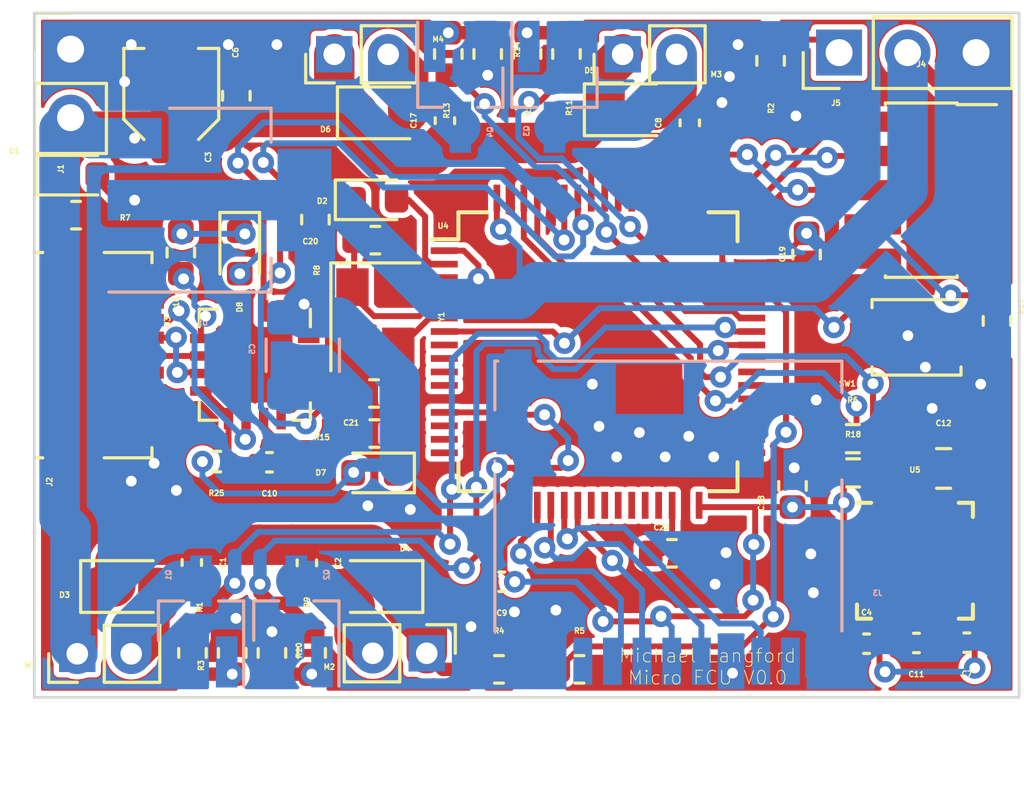
<source format=kicad_pcb>
(kicad_pcb (version 20171130) (host pcbnew "(5.1.8)-1")
  (layers (0 F.Cu signal) (31 B.Cu signal) (34 B.Paste user hide) (35 F.Paste user hide) (36 B.SilkS user hide) (37 F.SilkS user hide) (38 B.Mask user hide) (39 F.Mask user hide) (44 Edge.Cuts user))
  (net 0 "")
  (net 1 "Net-(C1-Pad2)")
  (net 2 +BATT)
  (net 3 "Net-(C2-Pad2)")
  (net 4 "Net-(C8-Pad2)")
  (net 5 "Net-(C17-Pad2)")
  (net 6 "Net-(C22-Pad1)")
  (net 7 "Net-(D1-Pad1)")
  (net 8 Status)
  (net 9 "Net-(D2-Pad1)")
  (net 10 "Net-(D7-Pad1)")
  (net 11 "Net-(D8-Pad1)")
  (net 12 "Net-(J2-Pad2)")
  (net 13 "Net-(J2-Pad3)")
  (net 14 SD_CARD_CS)
  (net 15 SYS_JTCL-SWCLK)
  (net 16 SYS_JTMS-SWDIO)
  (net 17 "Net-(Q1-Pad1)")
  (net 18 "Net-(Q2-Pad1)")
  (net 19 "Net-(Q3-Pad1)")
  (net 20 "Net-(Q4-Pad1)")
  (net 21 MOTOR_A)
  (net 22 SPI1_MOSI)
  (net 23 SPI1_MISO)
  (net 24 SPI1_SCK)
  (net 25 MOTOR_B)
  (net 26 MOTOR_C)
  (net 27 MOTOR_D)
  (net 28 "Net-(R15-Pad2)")
  (net 29 "Net-(R16-Pad2)")
  (net 30 USART1_RX)
  (net 31 USART1_TX)
  (net 32 +3V3)
  (net 33 GND)
  (net 34 VUSB)
  (net 35 "Net-(J5-Pad1)")
  (net 36 DSMX)
  (net 37 VSENSE)
  (net 38 "Net-(C10-Pad2)")
  (net 39 "Net-(C20-Pad1)")
  (net 40 "Net-(C21-Pad1)")
  (net 41 NRST)
  (net 42 "Net-(C11-Pad1)")
  (net 43 "Net-(C12-Pad1)")
  (net 44 SYS_JTCL-SWO)
  (net 45 I2C1_SCL)
  (net 46 I2C1_SDA)
  (module Sensor_Motion:InvenSense_QFN-24_4x4mm_P0.5mm (layer F.Cu) (at 80.563 48.2941)
    (fp_text reference U5 (at 0 -3.375) (layer F.SilkS) (effects (font (size 0.2 0.2) (thickness 0.05))))
    (fp_text value MPU-6050)
    (pad 1 smd roundrect (at -1.95 -1.25) (size 0.85 0.3) (layers F.Cu F.Paste F.Mask))
    (pad 2 smd roundrect (at -1.95 -0.75) (size 0.85 0.3) (layers F.Cu F.Paste F.Mask))
    (pad 3 smd roundrect (at -1.95 -0.25) (size 0.85 0.3) (layers F.Cu F.Paste F.Mask))
    (pad 4 smd roundrect (at -1.95 0.25) (size 0.85 0.3) (layers F.Cu F.Paste F.Mask))
    (pad 5 smd roundrect (at -1.95 0.75) (size 0.85 0.3) (layers F.Cu F.Paste F.Mask))
    (pad 6 smd roundrect (at -1.95 1.25) (size 0.85 0.3) (layers F.Cu F.Paste F.Mask))
    (pad 7 smd roundrect (at -1.25 1.95 90) (size 0.85 0.3) (layers F.Cu F.Paste F.Mask))
    (pad 8 smd roundrect (at -0.75 1.95 90) (size 0.85 0.3) (layers F.Cu F.Paste F.Mask) (net 32 +3V3))
    (pad 9 smd roundrect (at -0.25 1.95 90) (size 0.85 0.3) (layers F.Cu F.Paste F.Mask) (net 33 GND))
    (pad 10 smd roundrect (at 0.25 1.95 90) (size 0.85 0.3) (layers F.Cu F.Paste F.Mask) (net 42 "Net-(C11-Pad1)"))
    (pad 11 smd roundrect (at 0.75 1.95 90) (size 0.85 0.3) (layers F.Cu F.Paste F.Mask))
    (pad 12 smd roundrect (at 1.25 1.95 90) (size 0.85 0.3) (layers F.Cu F.Paste F.Mask))
    (pad 13 smd roundrect (at 1.95 1.25) (size 0.85 0.3) (layers F.Cu F.Paste F.Mask) (net 32 +3V3))
    (pad 14 smd roundrect (at 1.95 0.75) (size 0.85 0.3) (layers F.Cu F.Paste F.Mask))
    (pad 15 smd roundrect (at 1.95 0.25) (size 0.85 0.3) (layers F.Cu F.Paste F.Mask))
    (pad 16 smd roundrect (at 1.95 -0.25) (size 0.85 0.3) (layers F.Cu F.Paste F.Mask))
    (pad 17 smd roundrect (at 1.95 -0.75) (size 0.85 0.3) (layers F.Cu F.Paste F.Mask))
    (pad 18 smd roundrect (at 1.95 -1.25) (size 0.85 0.3) (layers F.Cu F.Paste F.Mask) (net 33 GND))
    (pad 19 smd roundrect (at 1.25 -1.95 90) (size 0.85 0.3) (layers F.Cu F.Paste F.Mask))
    (pad 20 smd roundrect (at 0.75 -1.95 90) (size 0.85 0.3) (layers F.Cu F.Paste F.Mask) (net 43 "Net-(C12-Pad1)"))
    (pad 21 smd roundrect (at 0.25 -1.95 90) (size 0.85 0.3) (layers F.Cu F.Paste F.Mask))
    (pad 22 smd roundrect (at -0.25 -1.95 90) (size 0.85 0.3) (layers F.Cu F.Paste F.Mask))
    (pad 23 smd roundrect (at -0.75 -1.95 90) (size 0.85 0.3) (layers F.Cu F.Paste F.Mask) (net 45 I2C1_SCL))
    (pad 24 smd roundrect (at -1.25 -1.95 90) (size 0.85 0.3) (layers F.Cu F.Paste F.Mask) (net 46 I2C1_SDA))
  )
  (module Resistor_SMD:R_0603_1608Metric (layer F.Cu) (at 53.34 36.8553 270)
    (fp_text reference R16 (at 1.93294 0.17272 270) (layer F.SilkS) (effects (font (size 0.2 0.2) (thickness 0.05))))
    (fp_text value 2K)
    (pad 1 smd roundrect (at -0.7875 0 270) (size 0.875 0.95) (layers F.Cu F.Paste F.Mask) (net 11 "Net-(D8-Pad1)"))
    (pad 2 smd roundrect (at 0.7875 0 270) (size 0.875 0.95) (layers F.Cu F.Paste F.Mask) (net 29 "Net-(R16-Pad2)"))
  )
  (module Package_QFP:LQFP-64_10x10mm_P0.5mm (layer F.Cu) (at 68.8086 40.5384)
    (fp_text reference U4 (at -5.74294 -4.67106) (layer F.SilkS) (effects (font (size 0.2 0.2) (thickness 0.05))))
    (fp_text value STM32F446RETx)
    (pad 1 smd rect (at -5.7 -3.75) (size 1 0.25) (layers F.Cu F.Paste F.Mask) (net 32 +3V3))
    (pad 2 smd rect (at -5.7 -3.25) (size 1 0.25) (layers F.Cu F.Paste F.Mask) (net 8 Status))
    (pad 3 smd rect (at -5.7 -2.75) (size 1 0.25) (layers F.Cu F.Paste F.Mask))
    (pad 4 smd rect (at -5.7 -2.25) (size 1 0.25) (layers F.Cu F.Paste F.Mask))
    (pad 5 smd rect (at -5.7 -1.75) (size 1 0.25) (layers F.Cu F.Paste F.Mask) (net 39 "Net-(C20-Pad1)"))
    (pad 6 smd rect (at -5.7 -1.25) (size 1 0.25) (layers F.Cu F.Paste F.Mask) (net 40 "Net-(C21-Pad1)"))
    (pad 7 smd rect (at -5.7 -0.75) (size 1 0.25) (layers F.Cu F.Paste F.Mask) (net 41 NRST))
    (pad 8 smd rect (at -5.7 -0.25) (size 1 0.25) (layers F.Cu F.Paste F.Mask))
    (pad 9 smd rect (at -5.7 0.25) (size 1 0.25) (layers F.Cu F.Paste F.Mask))
    (pad 10 smd rect (at -5.7 0.75) (size 1 0.25) (layers F.Cu F.Paste F.Mask))
    (pad 11 smd rect (at -5.7 1.25) (size 1 0.25) (layers F.Cu F.Paste F.Mask))
    (pad 12 smd rect (at -5.7 1.75) (size 1 0.25) (layers F.Cu F.Paste F.Mask) (net 33 GND))
    (pad 13 smd rect (at -5.7 2.25) (size 1 0.25) (layers F.Cu F.Paste F.Mask) (net 32 +3V3))
    (pad 14 smd rect (at -5.7 2.75) (size 1 0.25) (layers F.Cu F.Paste F.Mask))
    (pad 15 smd rect (at -5.7 3.25) (size 1 0.25) (layers F.Cu F.Paste F.Mask))
    (pad 16 smd rect (at -5.7 3.75) (size 1 0.25) (layers F.Cu F.Paste F.Mask))
    (pad 17 smd rect (at -3.75 5.7 90) (size 1 0.25) (layers F.Cu F.Paste F.Mask))
    (pad 18 smd rect (at -3.25 5.7 90) (size 1 0.25) (layers F.Cu F.Paste F.Mask) (net 33 GND))
    (pad 19 smd rect (at -2.75 5.7 90) (size 1 0.25) (layers F.Cu F.Paste F.Mask) (net 32 +3V3))
    (pad 20 smd rect (at -2.25 5.7 90) (size 1 0.25) (layers F.Cu F.Paste F.Mask) (net 14 SD_CARD_CS))
    (pad 21 smd rect (at -1.75 5.7 90) (size 1 0.25) (layers F.Cu F.Paste F.Mask) (net 24 SPI1_SCK))
    (pad 22 smd rect (at -1.25 5.7 90) (size 1 0.25) (layers F.Cu F.Paste F.Mask) (net 23 SPI1_MISO))
    (pad 23 smd rect (at -0.75 5.7 90) (size 1 0.25) (layers F.Cu F.Paste F.Mask) (net 22 SPI1_MOSI))
    (pad 24 smd rect (at -0.25 5.7 90) (size 1 0.25) (layers F.Cu F.Paste F.Mask))
    (pad 25 smd rect (at 0.25 5.7 90) (size 1 0.25) (layers F.Cu F.Paste F.Mask))
    (pad 26 smd rect (at 0.75 5.7 90) (size 1 0.25) (layers F.Cu F.Paste F.Mask))
    (pad 27 smd rect (at 1.25 5.7 90) (size 1 0.25) (layers F.Cu F.Paste F.Mask))
    (pad 28 smd rect (at 1.75 5.7 90) (size 1 0.25) (layers F.Cu F.Paste F.Mask))
    (pad 29 smd rect (at 2.25 5.7 90) (size 1 0.25) (layers F.Cu F.Paste F.Mask))
    (pad 30 smd rect (at 2.75 5.7 90) (size 1 0.25) (layers F.Cu F.Paste F.Mask) (net 6 "Net-(C22-Pad1)"))
    (pad 31 smd rect (at 3.25 5.7 90) (size 1 0.25) (layers F.Cu F.Paste F.Mask) (net 33 GND))
    (pad 32 smd rect (at 3.75 5.7 90) (size 1 0.25) (layers F.Cu F.Paste F.Mask) (net 32 +3V3))
    (pad 33 smd rect (at 5.7 3.75) (size 1 0.25) (layers F.Cu F.Paste F.Mask))
    (pad 34 smd rect (at 5.7 3.25) (size 1 0.25) (layers F.Cu F.Paste F.Mask))
    (pad 35 smd rect (at 5.7 2.75) (size 1 0.25) (layers F.Cu F.Paste F.Mask))
    (pad 36 smd rect (at 5.7 2.25) (size 1 0.25) (layers F.Cu F.Paste F.Mask))
    (pad 37 smd rect (at 5.7 1.75) (size 1 0.25) (layers F.Cu F.Paste F.Mask))
    (pad 38 smd rect (at 5.7 1.25) (size 1 0.25) (layers F.Cu F.Paste F.Mask))
    (pad 39 smd rect (at 5.7 0.75) (size 1 0.25) (layers F.Cu F.Paste F.Mask))
    (pad 40 smd rect (at 5.7 0.25) (size 1 0.25) (layers F.Cu F.Paste F.Mask))
    (pad 41 smd rect (at 5.7 -0.25) (size 1 0.25) (layers F.Cu F.Paste F.Mask) (net 25 MOTOR_B))
    (pad 42 smd rect (at 5.7 -0.75) (size 1 0.25) (layers F.Cu F.Paste F.Mask) (net 21 MOTOR_A))
    (pad 43 smd rect (at 5.7 -1.25) (size 1 0.25) (layers F.Cu F.Paste F.Mask) (net 27 MOTOR_D))
    (pad 44 smd rect (at 5.7 -1.75) (size 1 0.25) (layers F.Cu F.Paste F.Mask) (net 26 MOTOR_C))
    (pad 45 smd rect (at 5.7 -2.25) (size 1 0.25) (layers F.Cu F.Paste F.Mask) (net 37 VSENSE))
    (pad 46 smd rect (at 5.7 -2.75) (size 1 0.25) (layers F.Cu F.Paste F.Mask) (net 16 SYS_JTMS-SWDIO))
    (pad 47 smd rect (at 5.7 -3.25) (size 1 0.25) (layers F.Cu F.Paste F.Mask) (net 33 GND))
    (pad 48 smd rect (at 5.7 -3.75) (size 1 0.25) (layers F.Cu F.Paste F.Mask) (net 32 +3V3))
    (pad 49 smd rect (at 3.75 -5.7 90) (size 1 0.25) (layers F.Cu F.Paste F.Mask) (net 15 SYS_JTCL-SWCLK))
    (pad 50 smd rect (at 3.25 -5.7 90) (size 1 0.25) (layers F.Cu F.Paste F.Mask))
    (pad 51 smd rect (at 2.75 -5.7 90) (size 1 0.25) (layers F.Cu F.Paste F.Mask))
    (pad 52 smd rect (at 2.25 -5.7 90) (size 1 0.25) (layers F.Cu F.Paste F.Mask))
    (pad 53 smd rect (at 1.75 -5.7 90) (size 1 0.25) (layers F.Cu F.Paste F.Mask))
    (pad 54 smd rect (at 1.25 -5.7 90) (size 1 0.25) (layers F.Cu F.Paste F.Mask))
    (pad 55 smd rect (at 0.75 -5.7 90) (size 1 0.25) (layers F.Cu F.Paste F.Mask) (net 44 SYS_JTCL-SWO))
    (pad 56 smd rect (at 0.25 -5.7 90) (size 1 0.25) (layers F.Cu F.Paste F.Mask))
    (pad 57 smd rect (at -0.25 -5.7 90) (size 1 0.25) (layers F.Cu F.Paste F.Mask) (net 36 DSMX))
    (pad 58 smd rect (at -0.75 -5.7 90) (size 1 0.25) (layers F.Cu F.Paste F.Mask) (net 31 USART1_TX))
    (pad 59 smd rect (at -1.25 -5.7 90) (size 1 0.25) (layers F.Cu F.Paste F.Mask) (net 30 USART1_RX))
    (pad 60 smd rect (at -1.75 -5.7 90) (size 1 0.25) (layers F.Cu F.Paste F.Mask) (net 33 GND))
    (pad 61 smd rect (at -2.25 -5.7 90) (size 1 0.25) (layers F.Cu F.Paste F.Mask) (net 45 I2C1_SCL))
    (pad 62 smd rect (at -2.75 -5.7 90) (size 1 0.25) (layers F.Cu F.Paste F.Mask) (net 46 I2C1_SDA))
    (pad 63 smd rect (at -3.25 -5.7 90) (size 1 0.25) (layers F.Cu F.Paste F.Mask) (net 33 GND))
    (pad 64 smd rect (at -3.75 -5.7 90) (size 1 0.25) (layers F.Cu F.Paste F.Mask) (net 32 +3V3))
  )
  (module Package_DFN_QFN:QFN-16-1EP_4x4mm_P0.65mm_EP2.5x2.5mm (layer F.Cu) (at 56.0832 41.021 270)
    (fp_text reference U3 (at -1.59258 3.2385 270) (layer F.SilkS) (effects (font (size 0.2 0.2) (thickness 0.05))))
    (fp_text value FT230XQ)
    (pad 1 smd rect (at -2 -0.975 270) (size 0.8 0.35) (layers F.Cu F.Paste F.Mask) (net 32 +3V3))
    (pad 2 smd rect (at -2 -0.325 270) (size 0.8 0.35) (layers F.Cu F.Paste F.Mask) (net 30 USART1_RX))
    (pad 3 smd rect (at -2 0.325 270) (size 0.8 0.35) (layers F.Cu F.Paste F.Mask) (net 33 GND))
    (pad 4 smd rect (at -2 0.975 270) (size 0.8 0.35) (layers F.Cu F.Paste F.Mask))
    (pad 5 smd rect (at -0.975 2) (size 0.8 0.35) (layers F.Cu F.Paste F.Mask) (net 29 "Net-(R16-Pad2)"))
    (pad 6 smd rect (at -0.325 2) (size 0.8 0.35) (layers F.Cu F.Paste F.Mask) (net 13 "Net-(J2-Pad3)"))
    (pad 7 smd rect (at 0.325 2) (size 0.8 0.35) (layers F.Cu F.Paste F.Mask) (net 12 "Net-(J2-Pad2)"))
    (pad 8 smd rect (at 0.975 2) (size 0.8 0.35) (layers F.Cu F.Paste F.Mask) (net 38 "Net-(C10-Pad2)"))
    (pad 9 smd rect (at 2 0.975 270) (size 0.8 0.35) (layers F.Cu F.Paste F.Mask) (net 38 "Net-(C10-Pad2)"))
    (pad 10 smd rect (at 2 0.325 270) (size 0.8 0.35) (layers F.Cu F.Paste F.Mask) (net 34 VUSB))
    (pad 11 smd rect (at 2 -0.325 270) (size 0.8 0.35) (layers F.Cu F.Paste F.Mask) (net 28 "Net-(R15-Pad2)"))
    (pad 12 smd rect (at 2 -0.975 270) (size 0.8 0.35) (layers F.Cu F.Paste F.Mask))
    (pad 13 smd rect (at 0.975 -2) (size 0.8 0.35) (layers F.Cu F.Paste F.Mask) (net 33 GND))
    (pad 14 smd rect (at 0.325 -2) (size 0.8 0.35) (layers F.Cu F.Paste F.Mask))
    (pad 15 smd rect (at -0.325 -2) (size 0.8 0.35) (layers F.Cu F.Paste F.Mask) (net 31 USART1_TX))
    (pad 16 smd rect (at -0.975 -2) (size 0.8 0.35) (layers F.Cu F.Paste F.Mask))
    (pad 17 smd rect (at 0 0 270) (size 2.5 2.5) (layers F.Cu F.Mask) (net 33 GND))
  )
  (module Resistor_SMD:R_0603_1608Metric (layer F.Cu) (at 75.2094 29.7435 270)
    (fp_text reference R2 (at 1.76022 -0.02032 270) (layer F.SilkS) (effects (font (size 0.2 0.2) (thickness 0.05))))
    (fp_text value 220)
    (pad 1 smd roundrect (at -0.7875 0 270) (size 0.875 0.95) (layers F.Cu F.Paste F.Mask) (net 35 "Net-(J5-Pad1)"))
    (pad 2 smd roundrect (at 0.7875 0 270) (size 0.875 0.95) (layers F.Cu F.Paste F.Mask) (net 36 DSMX))
  )
  (module Package_TO_SOT_SMD:SOT-23_Handsoldering (layer B.Cu) (at 63.7032 30.7072 270)
    (fp_text reference Q4 (at 1.68008 -1.10486 270) (layer B.SilkS) (effects (font (size 0.2 0.2) (thickness 0.05)) (justify mirror)))
    (fp_text value IRLML6244TR)
    (pad 3 smd rect (at 1.5 0 270) (size 1.9 0.8) (layers B.Cu B.Paste B.Mask) (net 5 "Net-(C17-Pad2)"))
    (pad 2 smd rect (at -1.5 -0.95 270) (size 1.9 0.8) (layers B.Cu B.Paste B.Mask) (net 33 GND))
    (pad 1 smd rect (at -1.5 0.95 270) (size 1.9 0.8) (layers B.Cu B.Paste B.Mask) (net 20 "Net-(Q4-Pad1)"))
  )
  (module Capacitor_SMD:C_0603_1608Metric (layer F.Cu) (at 60.5537 36.3982)
    (fp_text reference C20 (at -2.40782 0.04572) (layer F.SilkS) (effects (font (size 0.2 0.2) (thickness 0.05))))
    (fp_text value 12pF)
    (pad 2 smd roundrect (at 0.7875 0) (size 0.875 0.95) (layers F.Cu F.Paste F.Mask) (net 33 GND))
    (pad 1 smd roundrect (at -0.7875 0) (size 0.875 0.95) (layers F.Cu F.Paste F.Mask) (net 39 "Net-(C20-Pad1)"))
  )
  (module Resistor_SMD:R_0603_1608Metric (layer F.Cu) (at 64.7192 29.4893 90)
    (fp_text reference R14 (at 0.1651 1.08966 270) (layer F.SilkS) (effects (font (size 0.2 0.2) (thickness 0.05))))
    (fp_text value 4.7K)
    (pad 1 smd roundrect (at -0.7875 0 90) (size 0.875 0.95) (layers F.Cu F.Paste F.Mask) (net 33 GND))
    (pad 2 smd roundrect (at 0.7875 0 90) (size 0.875 0.95) (layers F.Cu F.Paste F.Mask) (net 20 "Net-(Q4-Pad1)"))
  )
  (module Connector_PinHeader_2.54mm:PinHeader_1x02_P2.54mm_Vertical (layer F.Cu) (at 49.2506 29.3116)
    (fp_text reference J1 (at -0.36322 4.44246 90) (layer F.SilkS) (effects (font (size 0.2 0.2) (thickness 0.05))))
    (fp_text value PWR)
    (pad 1 thru_hole rect (at 0 0) (size 1.7 1.7) (drill 1) (layers *.Cu *.Mask) (net 33 GND))
    (pad 2 thru_hole oval (at 0 2.54) (size 1.7 1.7) (drill 1) (layers *.Cu *.Mask) (net 2 +BATT))
  )
  (module Connector_USB:USB_Micro-B_Molex_47346-0001 (layer F.Cu) (at 50.5587 40.6654 270)
    (fp_text reference J2 (at 4.70154 2.08788 90) (layer F.SilkS) (effects (font (size 0.2 0.2) (thickness 0.05))))
    (fp_text value USB_B_Micro)
    (pad 6 smd rect (at 0.84 1.2 270) (size 1.175 1.9) (layers F.Cu F.Paste F.Mask) (net 33 GND))
    (pad 6 smd rect (at -0.84 1.2 270) (size 1.175 1.9) (layers F.Cu F.Paste F.Mask) (net 33 GND))
    (pad 6 smd rect (at 2.91 1.2 270) (size 2.375 1.9) (layers F.Cu F.Paste F.Mask) (net 33 GND))
    (pad 6 smd rect (at -2.91 1.2 270) (size 2.375 1.9) (layers F.Cu F.Paste F.Mask) (net 33 GND))
    (pad 6 smd rect (at 2.4625 -1.1 270) (size 1.475 2.1) (layers F.Cu F.Paste F.Mask) (net 33 GND))
    (pad 6 smd rect (at -2.4625 -1.1 270) (size 1.475 2.1) (layers F.Cu F.Paste F.Mask) (net 33 GND))
    (pad 5 smd rect (at 1.3 -1.46 270) (size 0.45 1.38) (layers F.Cu F.Paste F.Mask) (net 33 GND))
    (pad 4 smd rect (at 0.65 -1.46 270) (size 0.45 1.38) (layers F.Cu F.Paste F.Mask))
    (pad 3 smd rect (at 0 -1.46 270) (size 0.45 1.38) (layers F.Cu F.Paste F.Mask) (net 13 "Net-(J2-Pad3)"))
    (pad 2 smd rect (at -0.65 -1.46 270) (size 0.45 1.38) (layers F.Cu F.Paste F.Mask) (net 12 "Net-(J2-Pad2)"))
    (pad 1 smd rect (at -1.3 -1.46 270) (size 0.45 1.38) (layers F.Cu F.Paste F.Mask) (net 34 VUSB))
  )
  (module Diode_SMD:D_0805_2012Metric (layer F.Cu) (at 60.6275 49.2506 180)
    (fp_text reference D4 (at -1.0287 1.41224 180) (layer F.SilkS) (effects (font (size 0.2 0.2) (thickness 0.05))))
    (fp_text value 10V)
    (pad 2 smd roundrect (at 0.9375 0 180) (size 0.975 1.4) (layers F.Cu F.Paste F.Mask) (net 3 "Net-(C2-Pad2)"))
    (pad 1 smd roundrect (at -0.9375 0 180) (size 0.975 1.4) (layers F.Cu F.Paste F.Mask) (net 2 +BATT))
  )
  (module Package_TO_SOT_SMD:SOT-23_Handsoldering (layer B.Cu) (at 57.6224 50.5446 90)
    (fp_text reference Q2 (at 1.73596 1.12264 90) (layer B.SilkS) (effects (font (size 0.2 0.2) (thickness 0.05)) (justify mirror)))
    (fp_text value IRLML6244TR)
    (pad 1 smd rect (at -1.5 0.95 90) (size 1.9 0.8) (layers B.Cu B.Paste B.Mask) (net 18 "Net-(Q2-Pad1)"))
    (pad 2 smd rect (at -1.5 -0.95 90) (size 1.9 0.8) (layers B.Cu B.Paste B.Mask) (net 33 GND))
    (pad 3 smd rect (at 1.5 0 90) (size 1.9 0.8) (layers B.Cu B.Paste B.Mask) (net 3 "Net-(C2-Pad2)"))
  )
  (module Diode_SMD:D_0805_2012Metric (layer F.Cu) (at 69.9897 31.5595)
    (fp_text reference D5 (at -1.4859 -1.45796) (layer F.SilkS) (effects (font (size 0.2 0.2) (thickness 0.05))))
    (fp_text value 10V)
    (pad 1 smd roundrect (at -0.9375 0) (size 0.975 1.4) (layers F.Cu F.Paste F.Mask) (net 2 +BATT))
    (pad 2 smd roundrect (at 0.9375 0) (size 0.975 1.4) (layers F.Cu F.Paste F.Mask) (net 4 "Net-(C8-Pad2)"))
  )
  (module Capacitor_SMD:C_0603_1608Metric (layer F.Cu) (at 76.0222 45.5167 90)
    (fp_text reference C18 (at -0.64262 -1.15824 270) (layer F.SilkS) (effects (font (size 0.2 0.2) (thickness 0.05))))
    (fp_text value 1uF)
    (pad 2 smd roundrect (at 0.7875 0 90) (size 0.875 0.95) (layers F.Cu F.Paste F.Mask) (net 33 GND))
    (pad 1 smd roundrect (at -0.7875 0 90) (size 0.875 0.95) (layers F.Cu F.Paste F.Mask) (net 32 +3V3))
  )
  (module Capacitor_SMD:C_0603_1608Metric (layer F.Cu) (at 71.5517 48.0187)
    (fp_text reference C22 (at -0.38852 -0.96012) (layer F.SilkS) (effects (font (size 0.2 0.2) (thickness 0.05))))
    (fp_text value 2.2uF)
    (pad 1 smd roundrect (at -0.7875 0) (size 0.875 0.95) (layers F.Cu F.Paste F.Mask) (net 6 "Net-(C22-Pad1)"))
    (pad 2 smd roundrect (at 0.7875 0) (size 0.875 0.95) (layers F.Cu F.Paste F.Mask) (net 33 GND))
  )
  (module Diode_SMD:D_0805_2012Metric (layer F.Cu) (at 60.833 31.6738)
    (fp_text reference D6 (at -2.12852 0.61214) (layer F.SilkS) (effects (font (size 0.2 0.2) (thickness 0.05))))
    (fp_text value 10V)
    (pad 2 smd roundrect (at 0.9375 0) (size 0.975 1.4) (layers F.Cu F.Paste F.Mask) (net 5 "Net-(C17-Pad2)"))
    (pad 1 smd roundrect (at -0.9375 0) (size 0.975 1.4) (layers F.Cu F.Paste F.Mask) (net 2 +BATT))
  )
  (module Capacitor_SMD:C_1210_3225Metric (layer B.Cu) (at 57.8612 40.6684 270)
    (fp_text reference C5 (at -0.23114 1.87706 90) (layer B.SilkS) (effects (font (size 0.2 0.2) (thickness 0.05)) (justify mirror)))
    (fp_text value 4.7uF)
    (pad 1 smd roundrect (at -1.4 0 270) (size 1.25 2.65) (layers B.Cu B.Paste B.Mask) (roundrect_rratio 0.2) (net 32 +3V3))
    (pad 2 smd roundrect (at 1.4 0 270) (size 1.25 2.65) (layers B.Cu B.Paste B.Mask) (roundrect_rratio 0.2) (net 33 GND))
  )
  (module Capacitor_SMD:C_0603_1608Metric (layer F.Cu) (at 55.3974 31.0389 90)
    (fp_text reference C6 (at 1.6003 -0.02794 90) (layer F.SilkS) (effects (font (size 0.2 0.2) (thickness 0.05))))
    (fp_text value 1uF)
    (pad 1 smd roundrect (at -0.7875 0 90) (size 0.875 0.95) (layers F.Cu F.Paste F.Mask) (net 2 +BATT))
    (pad 2 smd roundrect (at 0.7875 0 90) (size 0.875 0.95) (layers F.Cu F.Paste F.Mask) (net 33 GND))
  )
  (module LED_SMD:LED_0603_1608Metric (layer F.Cu) (at 49.4537 33.9852)
    (fp_text reference D1 (at -2.28346 -0.89408 180) (layer F.SilkS) (effects (font (size 0.2 0.2) (thickness 0.05))))
    (fp_text value LED)
    (pad 1 smd roundrect (at -0.7875 0) (size 0.875 0.95) (layers F.Cu F.Paste F.Mask) (net 7 "Net-(D1-Pad1)"))
    (pad 2 smd roundrect (at 0.7875 0) (size 0.875 0.95) (layers F.Cu F.Paste F.Mask) (net 32 +3V3))
  )
  (module LED_SMD:LED_0603_1608Metric (layer F.Cu) (at 60.5535 34.8996)
    (fp_text reference D2 (at -1.97348 0.04572 180) (layer F.SilkS) (effects (font (size 0.2 0.2) (thickness 0.05))))
    (fp_text value LED)
    (pad 2 smd roundrect (at 0.7875 0) (size 0.875 0.95) (layers F.Cu F.Paste F.Mask) (net 8 Status))
    (pad 1 smd roundrect (at -0.7875 0) (size 0.875 0.95) (layers F.Cu F.Paste F.Mask) (net 9 "Net-(D2-Pad1)"))
  )
  (module Diode_SMD:D_0805_2012Metric (layer F.Cu) (at 51.3103 49.2506)
    (fp_text reference D3 (at -2.28346 0.30988 180) (layer F.SilkS) (effects (font (size 0.2 0.2) (thickness 0.05))))
    (fp_text value 10V)
    (pad 1 smd roundrect (at -0.9375 0) (size 0.975 1.4) (layers F.Cu F.Paste F.Mask) (net 2 +BATT))
    (pad 2 smd roundrect (at 0.9375 0) (size 0.975 1.4) (layers F.Cu F.Paste F.Mask) (net 1 "Net-(C1-Pad2)"))
  )
  (module LED_SMD:LED_0603_1608Metric (layer F.Cu) (at 60.5154 45.0342 180)
    (fp_text reference D7 (at 1.98364 0.00762 180) (layer F.SilkS) (effects (font (size 0.2 0.2) (thickness 0.05))))
    (fp_text value RX)
    (pad 2 smd roundrect (at 0.7875 0 180) (size 0.875 0.95) (layers F.Cu F.Paste F.Mask) (net 32 +3V3))
    (pad 1 smd roundrect (at -0.7875 0 180) (size 0.875 0.95) (layers F.Cu F.Paste F.Mask) (net 10 "Net-(D7-Pad1)"))
  )
  (module LED_SMD:LED_0603_1608Metric (layer F.Cu) (at 55.5244 36.8553 270)
    (fp_text reference D8 (at 2.02682 0.00508 270) (layer F.SilkS) (effects (font (size 0.2 0.2) (thickness 0.05))))
    (fp_text value TX)
    (pad 1 smd roundrect (at -0.7875 0 270) (size 0.875 0.95) (layers F.Cu F.Paste F.Mask) (net 11 "Net-(D8-Pad1)"))
    (pad 2 smd roundrect (at 0.7875 0 270) (size 0.875 0.95) (layers F.Cu F.Paste F.Mask) (net 32 +3V3))
  )
  (module Connector_PinHeader_2.00mm:PinHeader_1x02_P2.00mm_Vertical (layer F.Cu) (at 49.499889 51.746702 90)
    (fp_text reference M1 (at -0.422358 -1.735189) (layer F.SilkS) (effects (font (size 0.2 0.2) (thickness 0.05))))
    (fp_text value Brushed_DC)
    (pad 1 thru_hole rect (at 0 0 90) (size 1.35 1.35) (drill 0.8) (layers *.Cu *.Mask) (net 2 +BATT))
    (pad 2 thru_hole oval (at 0 2 90) (size 1.35 1.35) (drill 0.8) (layers *.Cu *.Mask) (net 1 "Net-(C1-Pad2)"))
  )
  (module Connector_PinHeader_2.00mm:PinHeader_1x02_P2.00mm_Vertical (layer F.Cu) (at 62.4586 51.7271 270)
    (fp_text reference M2 (at 0.508436 3.611823) (layer F.SilkS) (effects (font (size 0.2 0.2) (thickness 0.05))))
    (fp_text value Brushed_DC)
    (pad 2 thru_hole oval (at 0 2 270) (size 1.35 1.35) (drill 0.8) (layers *.Cu *.Mask) (net 3 "Net-(C2-Pad2)"))
    (pad 1 thru_hole rect (at 0 0 270) (size 1.35 1.35) (drill 0.8) (layers *.Cu *.Mask) (net 2 +BATT))
  )
  (module Connector_PinHeader_2.00mm:PinHeader_1x02_P2.00mm_Vertical (layer F.Cu) (at 69.723 29.5021 90)
    (fp_text reference M3 (at -0.74422 3.47218 180) (layer F.SilkS) (effects (font (size 0.2 0.2) (thickness 0.05))))
    (fp_text value Brushed_DC)
    (pad 1 thru_hole rect (at 0 0 90) (size 1.35 1.35) (drill 0.8) (layers *.Cu *.Mask) (net 2 +BATT))
    (pad 2 thru_hole oval (at 0 2 90) (size 1.35 1.35) (drill 0.8) (layers *.Cu *.Mask) (net 4 "Net-(C8-Pad2)"))
  )
  (module Connector_PinHeader_2.00mm:PinHeader_1x02_P2.00mm_Vertical (layer F.Cu) (at 59.0296 29.5021 90)
    (fp_text reference M4 (at 0.55626 3.85064 180) (layer F.SilkS) (effects (font (size 0.2 0.2) (thickness 0.05))))
    (fp_text value Brushed_DC)
    (pad 2 thru_hole oval (at 0 2 90) (size 1.35 1.35) (drill 0.8) (layers *.Cu *.Mask) (net 5 "Net-(C17-Pad2)"))
    (pad 1 thru_hole rect (at 0 0 90) (size 1.35 1.35) (drill 0.8) (layers *.Cu *.Mask) (net 2 +BATT))
  )
  (module Package_TO_SOT_SMD:SOT-23_Handsoldering (layer B.Cu) (at 54.0893 50.5474 90)
    (fp_text reference Q1 (at 1.72326 -1.20646 90) (layer B.SilkS) (effects (font (size 0.2 0.2) (thickness 0.05)) (justify mirror)))
    (fp_text value IRLML6244TR)
    (pad 3 smd rect (at 1.5 0 90) (size 1.9 0.8) (layers B.Cu B.Paste B.Mask) (net 1 "Net-(C1-Pad2)"))
    (pad 2 smd rect (at -1.5 -0.95 90) (size 1.9 0.8) (layers B.Cu B.Paste B.Mask) (net 33 GND))
    (pad 1 smd rect (at -1.5 0.95 90) (size 1.9 0.8) (layers B.Cu B.Paste B.Mask) (net 17 "Net-(Q1-Pad1)"))
  )
  (module Package_TO_SOT_SMD:SOT-23_Handsoldering (layer B.Cu) (at 67.1957 30.7086 270)
    (fp_text reference Q3 (at 1.63716 1.03632 270) (layer B.SilkS) (effects (font (size 0.2 0.2) (thickness 0.05)) (justify mirror)))
    (fp_text value IRLML6244TR)
    (pad 1 smd rect (at -1.5 0.95 270) (size 1.9 0.8) (layers B.Cu B.Paste B.Mask) (net 19 "Net-(Q3-Pad1)"))
    (pad 2 smd rect (at -1.5 -0.95 270) (size 1.9 0.8) (layers B.Cu B.Paste B.Mask) (net 33 GND))
    (pad 3 smd rect (at 1.5 0 270) (size 1.9 0.8) (layers B.Cu B.Paste B.Mask) (net 4 "Net-(C8-Pad2)"))
  )
  (module Resistor_SMD:R_0603_1608Metric (layer F.Cu) (at 53.7718 51.7143 270)
    (fp_text reference R1 (at -1.69672 -0.26416 270) (layer F.SilkS) (effects (font (size 0.2 0.2) (thickness 0.05))))
    (fp_text value 33)
    (pad 1 smd roundrect (at -0.7875 0 270) (size 0.875 0.95) (layers F.Cu F.Paste F.Mask) (net 21 MOTOR_A))
    (pad 2 smd roundrect (at 0.7875 0 270) (size 0.875 0.95) (layers F.Cu F.Paste F.Mask) (net 17 "Net-(Q1-Pad1)"))
  )
  (module Resistor_SMD:R_0603_1608Metric (layer F.Cu) (at 55.245 51.7145 270)
    (fp_text reference R3 (at 0.46482 1.15316 90) (layer F.SilkS) (effects (font (size 0.2 0.2) (thickness 0.05))))
    (fp_text value 4.7K)
    (pad 2 smd roundrect (at 0.7875 0 270) (size 0.875 0.95) (layers F.Cu F.Paste F.Mask) (net 17 "Net-(Q1-Pad1)"))
    (pad 1 smd roundrect (at -0.7875 0 270) (size 0.875 0.95) (layers F.Cu F.Paste F.Mask) (net 33 GND))
  )
  (module Resistor_SMD:R_0603_1608Metric (layer F.Cu) (at 49.4537 35.4711 180)
    (fp_text reference R7 (at -1.82128 -0.09652 180) (layer F.SilkS) (effects (font (size 0.2 0.2) (thickness 0.05))))
    (fp_text value 4.7k)
    (pad 2 smd roundrect (at 0.7875 0 180) (size 0.875 0.95) (layers F.Cu F.Paste F.Mask) (net 7 "Net-(D1-Pad1)"))
    (pad 1 smd roundrect (at -0.7875 0 180) (size 0.875 0.95) (layers F.Cu F.Paste F.Mask) (net 33 GND))
  )
  (module Resistor_SMD:R_0603_1608Metric (layer F.Cu) (at 58.3311 35.6361 90)
    (fp_text reference R8 (at -1.88204 0.0508 270) (layer F.SilkS) (effects (font (size 0.2 0.2) (thickness 0.05))))
    (fp_text value 4.7k)
    (pad 1 smd roundrect (at -0.7875 0 90) (size 0.875 0.95) (layers F.Cu F.Paste F.Mask) (net 33 GND))
    (pad 2 smd roundrect (at 0.7875 0 90) (size 0.875 0.95) (layers F.Cu F.Paste F.Mask) (net 9 "Net-(D2-Pad1)"))
  )
  (module Resistor_SMD:R_0603_1608Metric (layer F.Cu) (at 58.1914 51.7143 270)
    (fp_text reference R9 (at -1.8797 0.17018 270) (layer F.SilkS) (effects (font (size 0.2 0.2) (thickness 0.05))))
    (fp_text value 33)
    (pad 1 smd roundrect (at -0.7875 0 270) (size 0.875 0.95) (layers F.Cu F.Paste F.Mask) (net 25 MOTOR_B))
    (pad 2 smd roundrect (at 0.7875 0 270) (size 0.875 0.95) (layers F.Cu F.Paste F.Mask) (net 18 "Net-(Q2-Pad1)"))
  )
  (module Resistor_SMD:R_0603_1608Metric (layer F.Cu) (at 56.7182 51.7144 270)
    (fp_text reference R10 (at -0.09388 -1.0033 90) (layer F.SilkS) (effects (font (size 0.2 0.2) (thickness 0.05))))
    (fp_text value 4.7K)
    (pad 2 smd roundrect (at 0.7875 0 270) (size 0.875 0.95) (layers F.Cu F.Paste F.Mask) (net 18 "Net-(Q2-Pad1)"))
    (pad 1 smd roundrect (at -0.7875 0 270) (size 0.875 0.95) (layers F.Cu F.Paste F.Mask) (net 33 GND))
  )
  (module Resistor_SMD:R_0603_1608Metric (layer F.Cu) (at 67.6402 29.4894 90)
    (fp_text reference R11 (at -1.99898 0.09906 90) (layer F.SilkS) (effects (font (size 0.2 0.2) (thickness 0.05))))
    (fp_text value 33)
    (pad 2 smd roundrect (at 0.7875 0 90) (size 0.875 0.95) (layers F.Cu F.Paste F.Mask) (net 19 "Net-(Q3-Pad1)"))
    (pad 1 smd roundrect (at -0.7875 0 90) (size 0.875 0.95) (layers F.Cu F.Paste F.Mask) (net 26 MOTOR_C))
  )
  (module Resistor_SMD:R_0603_1608Metric (layer F.Cu) (at 66.1797 29.4895 90)
    (fp_text reference R12 (at -1.9938 0.04064 270) (layer F.SilkS) (effects (font (size 0.2 0.2) (thickness 0.05))))
    (fp_text value 4.7K)
    (pad 1 smd roundrect (at -0.7875 0 90) (size 0.875 0.95) (layers F.Cu F.Paste F.Mask) (net 33 GND))
    (pad 2 smd roundrect (at 0.7875 0 90) (size 0.875 0.95) (layers F.Cu F.Paste F.Mask) (net 19 "Net-(Q3-Pad1)"))
  )
  (module Resistor_SMD:R_0603_1608Metric (layer F.Cu) (at 63.2587 29.4894 90)
    (fp_text reference R13 (at -2.10566 -0.06096 90) (layer F.SilkS) (effects (font (size 0.2 0.2) (thickness 0.05))))
    (fp_text value 33)
    (pad 2 smd roundrect (at 0.7875 0 90) (size 0.875 0.95) (layers F.Cu F.Paste F.Mask) (net 20 "Net-(Q4-Pad1)"))
    (pad 1 smd roundrect (at -0.7875 0 90) (size 0.875 0.95) (layers F.Cu F.Paste F.Mask) (net 27 MOTOR_D))
  )
  (module Resistor_SMD:R_0603_1608Metric (layer F.Cu) (at 60.5155 43.5737 180)
    (fp_text reference R15 (at 1.9431 -0.1397 180) (layer F.SilkS) (effects (font (size 0.2 0.2) (thickness 0.05))))
    (fp_text value 2K)
    (pad 2 smd roundrect (at 0.7875 0 180) (size 0.875 0.95) (layers F.Cu F.Paste F.Mask) (net 28 "Net-(R15-Pad2)"))
    (pad 1 smd roundrect (at -0.7875 0 180) (size 0.875 0.95) (layers F.Cu F.Paste F.Mask) (net 10 "Net-(D7-Pad1)"))
  )
  (module Resistor_SMD:R_0603_1608Metric (layer F.Cu) (at 83.6041 39.3954 270)
    (fp_text reference R17 (at -0.53096 -0.90678 90) (layer F.SilkS) (effects (font (size 0.2 0.2) (thickness 0.05))))
    (fp_text value 1K)
    (pad 1 smd roundrect (at -0.7875 0 270) (size 0.875 0.95) (layers F.Cu F.Paste F.Mask) (net 32 +3V3))
    (pad 2 smd roundrect (at 0.7875 0 270) (size 0.875 0.95) (layers F.Cu F.Paste F.Mask) (net 41 NRST))
  )
  (module Button_Switch_SMD:SW_SPST_B3U-1000P (layer F.Cu) (at 80.6214 40.005)
    (fp_text reference SW1 (at -2.5636 1.71704 180) (layer F.SilkS) (effects (font (size 0.2 0.2) (thickness 0.05))))
    (fp_text value SW_Push)
    (pad 1 smd rect (at -1.7 0) (size 0.9 1.7) (layers F.Cu F.Paste F.Mask) (net 33 GND))
    (pad 2 smd rect (at 1.7 0) (size 0.9 1.7) (layers F.Cu F.Paste F.Mask) (net 41 NRST))
  )
  (module Capacitor_SMD:C_Elec_3x5.4 (layer F.Cu) (at 52.9844 31.043 90)
    (fp_text reference C3 (at -2.27418 1.3716 90) (layer F.SilkS) (effects (font (size 0.2 0.2) (thickness 0.05))))
    (fp_text value 100uF)
    (pad 1 smd roundrect (at -1.325 0 90) (size 2.35 1.5) (layers F.Cu F.Paste F.Mask) (roundrect_rratio 0.166667) (net 2 +BATT))
    (pad 2 smd roundrect (at 1.325 0 90) (size 2.35 1.5) (layers F.Cu F.Paste F.Mask) (roundrect_rratio 0.166667) (net 33 GND))
  )
  (module Capacitor_SMD:C_0603_1608Metric (layer F.Cu) (at 76.5429 36.9315 270)
    (fp_text reference C19 (at -0.0127 0.89408 270) (layer F.SilkS) (effects (font (size 0.2 0.2) (thickness 0.05))))
    (fp_text value 10nF)
    (pad 2 smd roundrect (at 0.7875 0 270) (size 0.875 0.95) (layers F.Cu F.Paste F.Mask) (net 33 GND))
    (pad 1 smd roundrect (at -0.7875 0 270) (size 0.875 0.95) (layers F.Cu F.Paste F.Mask) (net 32 +3V3))
  )
  (module Capacitor_SMD:C_0603_1608Metric (layer F.Cu) (at 60.5029 42.0878 180)
    (fp_text reference C21 (at 0.84328 -1.08458 180) (layer F.SilkS) (effects (font (size 0.2 0.2) (thickness 0.05))))
    (fp_text value 12pF)
    (pad 1 smd roundrect (at -0.7875 0 180) (size 0.875 0.95) (layers F.Cu F.Paste F.Mask) (net 40 "Net-(C21-Pad1)"))
    (pad 2 smd roundrect (at 0.7875 0 180) (size 0.875 0.95) (layers F.Cu F.Paste F.Mask) (net 33 GND))
  )
  (module Package_TO_SOT_SMD:SOT-223-3_TabPin2 (layer B.Cu) (at 54.7755 34.9136)
    (fp_text reference U1 (at -0.63286 4.55168) (layer B.SilkS) (effects (font (size 0.2 0.2) (thickness 0.05)) (justify mirror)))
    (fp_text value AMS1117-3.3)
    (pad 2 smd rect (at 3.15 0) (size 2 3.8) (layers B.Cu B.Paste B.Mask) (net 32 +3V3))
    (pad 2 smd rect (at -3.15 0) (size 2 1.5) (layers B.Cu B.Paste B.Mask) (net 32 +3V3))
    (pad 3 smd rect (at -3.15 -2.3) (size 2 1.5) (layers B.Cu B.Paste B.Mask) (net 2 +BATT))
    (pad 1 smd rect (at -3.15 2.3) (size 2 1.5) (layers B.Cu B.Paste B.Mask) (net 33 GND))
  )
  (module Connector_PinHeader_2.54mm:PinHeader_1x03_P2.54mm_Vertical (layer F.Cu) (at 77.7494 29.4386 90)
    (fp_text reference J5 (at -1.86944 -0.11684) (layer F.SilkS) (effects (font (size 0.2 0.2) (thickness 0.05))))
    (fp_text value DSMX)
    (pad 1 thru_hole rect (at 0 0 90) (size 1.7 1.7) (drill 1) (layers *.Cu *.Mask) (net 35 "Net-(J5-Pad1)"))
    (pad 2 thru_hole oval (at 0 2.54 90) (size 1.7 1.7) (drill 1) (layers *.Cu *.Mask) (net 32 +3V3))
    (pad 3 thru_hole oval (at 0 5.08 90) (size 1.7 1.7) (drill 1) (layers *.Cu *.Mask) (net 33 GND))
  )
  (module Resistor_SMD:R_0603_1608Metric (layer F.Cu) (at 65.1382 52.324)
    (fp_text reference R4 (at 0 -1.43 180) (layer F.SilkS) (effects (font (size 0.2 0.2) (thickness 0.05))))
    (fp_text value 30K)
    (pad 2 smd roundrect (at 0.7875 0) (size 0.875 0.95) (layers F.Cu F.Paste F.Mask) (net 37 VSENSE))
    (pad 1 smd roundrect (at -0.7875 0) (size 0.875 0.95) (layers F.Cu F.Paste F.Mask) (net 2 +BATT))
  )
  (module Resistor_SMD:R_0603_1608Metric (layer F.Cu) (at 68.1228 52.324)
    (fp_text reference R5 (at 0 -1.43) (layer F.SilkS) (effects (font (size 0.2 0.2) (thickness 0.05))))
    (fp_text value 100K)
    (pad 1 smd roundrect (at -0.7875 0) (size 0.875 0.95) (layers F.Cu F.Paste F.Mask) (net 37 VSENSE))
    (pad 2 smd roundrect (at 0.7875 0) (size 0.875 0.95) (layers F.Cu F.Paste F.Mask) (net 33 GND))
  )
  (module Connector_Card:microSD_HC_Hirose_DM3D-SF (layer B.Cu) (at 71.4188 46.6726 180)
    (fp_text reference J3 (at -7.75716 -2.82194 180) (layer B.SilkS) (effects (font (size 0.2 0.2) (thickness 0.05)) (justify mirror)))
    (fp_text value Micro_SD_Card_Det)
    (pad 8 smd rect (at -4.525 -5.35 180) (size 0.7 1.75) (layers B.Cu B.Paste B.Mask))
    (pad 11 smd rect (at -5.725 -5.225 180) (size 1.3 1.5) (layers B.Cu B.Paste B.Mask) (net 33 GND))
    (pad 11 smd rect (at -5.975 2.375 180) (size 0.8 1.5) (layers B.Cu B.Paste B.Mask) (net 33 GND))
    (pad 9 smd rect (at -5.65 3.875 180) (size 1.45 1) (layers B.Cu B.Paste B.Mask) (net 33 GND))
    (pad 11 smd rect (at 5.975 3.025 180) (size 0.8 1.4) (layers B.Cu B.Paste B.Mask) (net 33 GND))
    (pad 7 smd rect (at -3.425 -5.35 180) (size 0.7 1.75) (layers B.Cu B.Paste B.Mask) (net 23 SPI1_MISO))
    (pad 6 smd rect (at -2.325 -5.35 180) (size 0.7 1.75) (layers B.Cu B.Paste B.Mask) (net 33 GND))
    (pad 5 smd rect (at -1.225 -5.35 180) (size 0.7 1.75) (layers B.Cu B.Paste B.Mask) (net 24 SPI1_SCK))
    (pad 4 smd rect (at -0.125 -5.35 180) (size 0.7 1.75) (layers B.Cu B.Paste B.Mask) (net 32 +3V3))
    (pad 3 smd rect (at 0.975 -5.35 180) (size 0.7 1.75) (layers B.Cu B.Paste B.Mask) (net 22 SPI1_MOSI))
    (pad 2 smd rect (at 2.075 -5.35 180) (size 0.7 1.75) (layers B.Cu B.Paste B.Mask) (net 14 SD_CARD_CS))
    (pad 1 smd rect (at 3.175 -5.35 180) (size 0.7 1.75) (layers B.Cu B.Paste B.Mask))
    (pad 11 smd rect (at 5.625 -5.225 180) (size 1.5 1.5) (layers B.Cu B.Paste B.Mask) (net 33 GND))
    (pad 10 smd rect (at 5.575 5.45 180) (size 1 1.55) (layers B.Cu B.Paste B.Mask) (net 33 GND))
  )
  (module Connector_PinSocket_1.27mm:PinSocket_2x05_P1.27mm_Vertical_SMD (layer F.Cu) (at 80.7974 34.544)
    (fp_text reference J4 (at 0 -4.675) (layer F.SilkS) (effects (font (size 0.2 0.2) (thickness 0.05))))
    (fp_text value DEBUG)
    (pad 1 smd rect (at 1.8 -2.54) (size 2.1 0.75) (layers F.Cu F.Paste F.Mask) (net 32 +3V3))
    (pad 2 smd rect (at -1.8 -2.54) (size 2.1 0.75) (layers F.Cu F.Paste F.Mask) (net 16 SYS_JTMS-SWDIO))
    (pad 3 smd rect (at 1.8 -1.27) (size 2.1 0.75) (layers F.Cu F.Paste F.Mask) (net 33 GND))
    (pad 4 smd rect (at -1.8 -1.27) (size 2.1 0.75) (layers F.Cu F.Paste F.Mask) (net 15 SYS_JTCL-SWCLK))
    (pad 5 smd rect (at 1.8 0) (size 2.1 0.75) (layers F.Cu F.Paste F.Mask) (net 33 GND))
    (pad 6 smd rect (at -1.8 0) (size 2.1 0.75) (layers F.Cu F.Paste F.Mask) (net 44 SYS_JTCL-SWO))
    (pad 7 smd rect (at 1.8 1.27) (size 2.1 0.75) (layers F.Cu F.Paste F.Mask))
    (pad 8 smd rect (at -1.8 1.27) (size 2.1 0.75) (layers F.Cu F.Paste F.Mask))
    (pad 9 smd rect (at 1.8 2.54) (size 2.1 0.75) (layers F.Cu F.Paste F.Mask) (net 33 GND))
    (pad 10 smd rect (at -1.8 2.54) (size 2.1 0.75) (layers F.Cu F.Paste F.Mask) (net 41 NRST))
  )
  (module Crystal:Crystal_SMD_3225-4Pin_3.2x2.5mm (layer F.Cu) (at 60.5536 39.243 270)
    (fp_text reference Y1 (at 0 -2.45 90) (layer F.SilkS) (effects (font (size 0.2 0.2) (thickness 0.05))))
    (fp_text value "16MHz X322516MLB4SI")
    (pad 1 smd rect (at -1.1 0.85 270) (size 1.4 1.2) (layers F.Cu F.Paste F.Mask) (net 39 "Net-(C20-Pad1)"))
    (pad 2 smd rect (at 1.1 0.85 270) (size 1.4 1.2) (layers F.Cu F.Paste F.Mask) (net 33 GND))
    (pad 3 smd rect (at 1.1 -0.85 270) (size 1.4 1.2) (layers F.Cu F.Paste F.Mask) (net 40 "Net-(C21-Pad1)"))
    (pad 4 smd rect (at -1.1 -0.85 270) (size 1.4 1.2) (layers F.Cu F.Paste F.Mask) (net 33 GND))
  )
  (module Resistor_SMD:R_0402_1005Metric (layer F.Cu) (at 54.6608 44.6151 180)
    (fp_text reference R25 (at 0 -1.17) (layer F.SilkS) (effects (font (size 0.2 0.2) (thickness 0.05))))
    (fp_text value 22)
    (pad 2 smd roundrect (at 0.51 0 180) (size 0.54 0.64) (layers F.Cu F.Paste F.Mask) (net 32 +3V3))
    (pad 1 smd roundrect (at -0.51 0 180) (size 0.54 0.64) (layers F.Cu F.Paste F.Mask) (net 38 "Net-(C10-Pad2)"))
  )
  (module Capacitor_SMD:C_0402_1005Metric (layer F.Cu) (at 53.7464 48.359 270)
    (fp_text reference C1 (at 0 -1.16 90) (layer F.SilkS) (effects (font (size 0.2 0.2) (thickness 0.05))))
    (fp_text value 0.1uF)
    (pad 2 smd roundrect (at 0.48 0 270) (size 0.56 0.62) (layers F.Cu F.Paste F.Mask) (net 1 "Net-(C1-Pad2)"))
    (pad 1 smd roundrect (at -0.48 0 270) (size 0.56 0.62) (layers F.Cu F.Paste F.Mask) (net 2 +BATT))
  )
  (module Capacitor_SMD:C_0402_1005Metric (layer F.Cu) (at 58.0136 48.3717 270)
    (fp_text reference C2 (at 0 -1.16 90) (layer F.SilkS) (effects (font (size 0.2 0.2) (thickness 0.05))))
    (fp_text value 0.1uF)
    (pad 1 smd roundrect (at -0.48 0 270) (size 0.56 0.62) (layers F.Cu F.Paste F.Mask) (net 2 +BATT))
    (pad 2 smd roundrect (at 0.48 0 270) (size 0.56 0.62) (layers F.Cu F.Paste F.Mask) (net 3 "Net-(C2-Pad2)"))
  )
  (module Capacitor_SMD:C_0402_1005Metric (layer F.Cu) (at 82.4891 51.3334 180)
    (fp_text reference C7 (at 0 -1.16) (layer F.SilkS) (effects (font (size 0.2 0.2) (thickness 0.05))))
    (fp_text value "0.1uF 4V")
    (pad 1 smd roundrect (at -0.48 0 180) (size 0.56 0.62) (layers F.Cu F.Paste F.Mask) (net 32 +3V3))
    (pad 2 smd roundrect (at 0.48 0 180) (size 0.56 0.62) (layers F.Cu F.Paste F.Mask) (net 33 GND))
  )
  (module Capacitor_SMD:C_0402_1005Metric (layer F.Cu) (at 72.2122 32.0447 90)
    (fp_text reference C8 (at 0 -1.16 90) (layer F.SilkS) (effects (font (size 0.2 0.2) (thickness 0.05))))
    (fp_text value 0.1uF)
    (pad 2 smd roundrect (at 0.48 0 90) (size 0.56 0.62) (layers F.Cu F.Paste F.Mask) (net 4 "Net-(C8-Pad2)"))
    (pad 1 smd roundrect (at -0.48 0 90) (size 0.56 0.62) (layers F.Cu F.Paste F.Mask) (net 2 +BATT))
  )
  (module Capacitor_SMD:C_0402_1005Metric (layer F.Cu) (at 65.2425 49.0728 180)
    (fp_text reference C9 (at 0 -1.16) (layer F.SilkS) (effects (font (size 0.2 0.2) (thickness 0.05))))
    (fp_text value 100nF)
    (pad 2 smd roundrect (at 0.48 0 180) (size 0.56 0.62) (layers F.Cu F.Paste F.Mask) (net 33 GND))
    (pad 1 smd roundrect (at -0.48 0 180) (size 0.56 0.62) (layers F.Cu F.Paste F.Mask) (net 32 +3V3))
  )
  (module Capacitor_SMD:C_0402_1005Metric (layer F.Cu) (at 56.6267 44.6405 180)
    (fp_text reference C10 (at 0 -1.16) (layer F.SilkS) (effects (font (size 0.2 0.2) (thickness 0.05))))
    (fp_text value 100nF)
    (pad 2 smd roundrect (at 0.48 0 180) (size 0.56 0.62) (layers F.Cu F.Paste F.Mask) (net 38 "Net-(C10-Pad2)"))
    (pad 1 smd roundrect (at -0.48 0 180) (size 0.56 0.62) (layers F.Cu F.Paste F.Mask) (net 33 GND))
  )
  (module Capacitor_SMD:C_0402_1005Metric (layer F.Cu) (at 63.1317 31.9633 90)
    (fp_text reference C17 (at 0 -1.16 90) (layer F.SilkS) (effects (font (size 0.2 0.2) (thickness 0.05))))
    (fp_text value 0.1uF)
    (pad 1 smd roundrect (at -0.48 0 90) (size 0.56 0.62) (layers F.Cu F.Paste F.Mask) (net 2 +BATT))
    (pad 2 smd roundrect (at 0.48 0 90) (size 0.56 0.62) (layers F.Cu F.Paste F.Mask) (net 5 "Net-(C17-Pad2)"))
  )
  (module Capacitor_SMD:C_0402_1005Metric (layer F.Cu) (at 78.768 51.3715)
    (fp_text reference C4 (at 0 -1.16) (layer F.SilkS) (effects (font (size 0.2 0.2) (thickness 0.05))))
    (fp_text value "10nF, 4V")
    (pad 2 smd roundrect (at 0.48 0) (size 0.56 0.62) (layers F.Cu F.Paste F.Mask) (net 32 +3V3))
    (pad 1 smd roundrect (at -0.48 0) (size 0.56 0.62) (layers F.Cu F.Paste F.Mask) (net 33 GND))
  )
  (module Capacitor_SMD:C_0402_1005Metric (layer F.Cu) (at 80.617 51.3461 180)
    (fp_text reference C11 (at 0 -1.16) (layer F.SilkS) (effects (font (size 0.2 0.2) (thickness 0.05))))
    (fp_text value "0.1uF 2V")
    (pad 1 smd roundrect (at -0.48 0 180) (size 0.56 0.62) (layers F.Cu F.Paste F.Mask) (net 42 "Net-(C11-Pad1)"))
    (pad 2 smd roundrect (at 0.48 0 180) (size 0.56 0.62) (layers F.Cu F.Paste F.Mask) (net 33 GND))
  )
  (module Capacitor_SMD:C_0805_2012Metric (layer F.Cu) (at 81.6254 44.8691)
    (fp_text reference C12 (at 0 -1.68) (layer F.SilkS) (effects (font (size 0.2 0.2) (thickness 0.05))))
    (fp_text value "2.2nF, 50V")
    (pad 1 smd roundrect (at -0.95 0) (size 1 1.45) (layers F.Cu F.Paste F.Mask) (net 43 "Net-(C12-Pad1)"))
    (pad 2 smd roundrect (at 0.95 0) (size 1 1.45) (layers F.Cu F.Paste F.Mask) (net 33 GND))
  )
  (module Resistor_SMD:R_0603_1608Metric (layer F.Cu) (at 78.2569 43.7642)
    (fp_text reference R6 (at 0 -1.43) (layer F.SilkS) (effects (font (size 0.2 0.2) (thickness 0.05))))
    (fp_text value 4.7K)
    (pad 1 smd roundrect (at -0.825 0) (size 0.8 0.95) (layers F.Cu F.Paste F.Mask) (net 32 +3V3))
    (pad 2 smd roundrect (at 0.825 0) (size 0.8 0.95) (layers F.Cu F.Paste F.Mask) (net 45 I2C1_SCL))
  )
  (module Resistor_SMD:R_0603_1608Metric (layer F.Cu) (at 78.2696 45.0342)
    (fp_text reference R18 (at 0 -1.43) (layer F.SilkS) (effects (font (size 0.2 0.2) (thickness 0.05))))
    (fp_text value 4.7K)
    (pad 2 smd roundrect (at 0.825 0) (size 0.8 0.95) (layers F.Cu F.Paste F.Mask) (net 46 I2C1_SDA))
    (pad 1 smd roundrect (at -0.825 0) (size 0.8 0.95) (layers F.Cu F.Paste F.Mask) (net 32 +3V3))
  )
  (gr_text "Michael Langford\nMicro FCU V0.0" (at 72.8726 52.2224) (layer F.SilkS) (effects (font (size 0.508 0.508) (thickness 0.03175))))
  (gr_line (start 47.9044 53.3654) (end 47.9044 27.9654) (layer Edge.Cuts) (width 0.1))
  (gr_line (start 84.4296 53.3654) (end 47.9044 53.3654) (layer Edge.Cuts) (width 0.1))
  (gr_line (start 84.4296 27.9654) (end 84.4296 53.3654) (layer Edge.Cuts) (width 0.1))
  (gr_line (start 47.9044 27.9654) (end 84.4296 27.9654) (layer Edge.Cuts) (width 0.1))
  (via (at 73.5584 47.9933) (size 0.8) (drill 0.4) (layers F.Cu B.Cu) (net 33))
  (via (at 73.152 49.1617) (size 0.8) (drill 0.4) (layers F.Cu B.Cu) (net 33))
  (via (at 60.2742 46.2534) (size 0.8) (drill 0.4) (layers F.Cu B.Cu) (net 33))
  (via (at 61.849 46.3931) (size 0.8) (drill 0.4) (layers F.Cu B.Cu) (net 33))
  (via (at 65.7098 50.1904) (size 0.8) (drill 0.4) (layers F.Cu B.Cu) (net 33))
  (via (at 67.2465 50.1269) (size 0.8) (drill 0.4) (layers F.Cu B.Cu) (net 33))
  (via (at 76.0857 44.8437) (size 0.8) (drill 0.4) (layers F.Cu B.Cu) (net 33))
  (via (at 76.8985 42.3291) (size 0.8) (drill 0.4) (layers F.Cu B.Cu) (net 33))
  (via (at 73.7997 52.4637) (size 0.8) (drill 0.4) (layers F.Cu B.Cu) (net 33))
  (segment (start 52.5103 49.863355) (end 52.5103 49.3006) (width 1.5) (layer F.Cu) (net 1))
  (segment (start 52.174888 50.198767) (end 52.5103 49.863355) (width 1.5) (layer F.Cu) (net 1))
  (segment (start 52.174888 51.071703) (end 52.174888 50.198767) (width 1.5) (layer F.Cu) (net 1))
  (segment (start 51.499889 51.746702) (end 52.174888 51.071703) (width 1.5) (layer F.Cu) (net 1))
  (segment (start 51.499889 50.806809) (end 51.499889 51.746702) (width 1.5) (layer B.Cu) (net 1))
  (segment (start 53.259298 49.0474) (end 51.499889 50.806809) (width 1.5) (layer B.Cu) (net 1))
  (segment (start 54.0893 49.0474) (end 53.259298 49.0474) (width 1.5) (layer B.Cu) (net 1))
  (segment (start 52.6594 48.839) (end 52.2478 49.2506) (width 0.5) (layer F.Cu) (net 1))
  (segment (start 53.7464 48.839) (end 52.6594 48.839) (width 0.5) (layer F.Cu) (net 1))
  (segment (start 49.2506 31.8516) (end 49.7713 32.3723) (width 1.5) (layer F.Cu) (net 2))
  (segment (start 52.9801 32.3723) (end 52.9844 32.368) (width 1.5) (layer F.Cu) (net 2))
  (segment (start 49.7713 32.3723) (end 52.9801 32.3723) (width 1.5) (layer F.Cu) (net 2))
  (segment (start 54.8558 32.368) (end 55.3974 31.8264) (width 1.5) (layer F.Cu) (net 2))
  (segment (start 52.9844 32.368) (end 54.8558 32.368) (width 1.5) (layer F.Cu) (net 2))
  (segment (start 70.0174 32.5247) (end 69.0522 31.5595) (width 0.22) (layer F.Cu) (net 2))
  (segment (start 72.2122 32.5247) (end 70.0174 32.5247) (width 0.22) (layer F.Cu) (net 2))
  (segment (start 59.7429 31.8264) (end 59.8955 31.6738) (width 1.5) (layer F.Cu) (net 2))
  (segment (start 55.3974 31.8264) (end 59.7429 31.8264) (width 1.5) (layer F.Cu) (net 2))
  (segment (start 69.0522 30.1729) (end 69.723 29.5021) (width 1.5) (layer F.Cu) (net 2))
  (segment (start 69.0522 31.5595) (end 69.0522 30.1729) (width 1.5) (layer F.Cu) (net 2))
  (segment (start 59.0296 30.8079) (end 59.8955 31.6738) (width 1.5) (layer F.Cu) (net 2))
  (segment (start 59.0296 29.5021) (end 59.0296 30.8079) (width 1.5) (layer F.Cu) (net 2))
  (segment (start 59.8955 31.6738) (end 59.8955 32.3738) (width 1.5) (layer F.Cu) (net 2))
  (segment (start 59.8955 32.3738) (end 60.74551 33.22381) (width 1.5) (layer F.Cu) (net 2))
  (segment (start 63.1317 32.7406) (end 62.64849 33.22381) (width 0.5) (layer F.Cu) (net 2))
  (segment (start 63.1317 32.4433) (end 63.1317 32.7406) (width 0.5) (layer F.Cu) (net 2))
  (segment (start 60.74551 33.22381) (end 62.64849 33.22381) (width 1.5) (layer F.Cu) (net 2))
  (segment (start 49.499889 50.123511) (end 49.499889 51.746702) (width 1.5) (layer F.Cu) (net 2))
  (segment (start 50.3728 49.2506) (end 49.499889 50.123511) (width 1.5) (layer F.Cu) (net 2))
  (segment (start 60.386802 47.70059) (end 61.565 48.878788) (width 1.5) (layer F.Cu) (net 2))
  (segment (start 57.454622 47.70059) (end 60.386802 47.70059) (width 1.5) (layer F.Cu) (net 2))
  (segment (start 57.454012 47.7012) (end 57.454622 47.70059) (width 1.5) (layer F.Cu) (net 2))
  (segment (start 56.2737 47.7012) (end 57.454012 47.7012) (width 1.5) (layer F.Cu) (net 2))
  (segment (start 51.550998 47.70059) (end 56.27309 47.70059) (width 1.5) (layer F.Cu) (net 2))
  (segment (start 50.91029 48.341298) (end 51.550998 47.70059) (width 1.5) (layer F.Cu) (net 2))
  (segment (start 61.565 48.878788) (end 61.565 49.2506) (width 1.5) (layer F.Cu) (net 2))
  (segment (start 56.27309 47.70059) (end 56.2737 47.7012) (width 1.5) (layer F.Cu) (net 2))
  (segment (start 50.8603 49.2506) (end 50.91029 49.20061) (width 1.5) (layer F.Cu) (net 2))
  (segment (start 50.91029 49.20061) (end 50.91029 48.341298) (width 1.5) (layer F.Cu) (net 2))
  (segment (start 50.3728 49.2506) (end 50.8603 49.2506) (width 1.5) (layer F.Cu) (net 2))
  (segment (start 63.0555 52.324) (end 62.4586 51.7271) (width 0.5) (layer F.Cu) (net 2))
  (segment (start 64.3507 52.324) (end 63.0555 52.324) (width 0.5) (layer F.Cu) (net 2))
  (via (at 51.6255 32.6136) (size 0.8) (drill 0.4) (layers F.Cu B.Cu) (net 2))
  (segment (start 51.8711 32.368) (end 51.6255 32.6136) (width 1.5) (layer F.Cu) (net 2))
  (segment (start 52.9844 32.368) (end 51.8711 32.368) (width 1.5) (layer F.Cu) (net 2))
  (segment (start 50.0126 32.6136) (end 49.2506 31.8516) (width 1.5) (layer B.Cu) (net 2))
  (segment (start 51.6255 32.6136) (end 50.0126 32.6136) (width 1.5) (layer B.Cu) (net 2))
  (segment (start 62.4586 50.8442) (end 62.4586 51.7271) (width 1.5) (layer F.Cu) (net 2))
  (segment (start 61.565 49.9506) (end 62.4586 50.8442) (width 1.5) (layer F.Cu) (net 2))
  (segment (start 61.565 49.2506) (end 61.565 49.9506) (width 1.5) (layer F.Cu) (net 2))
  (segment (start 67.8203 32.7914) (end 69.0522 31.5595) (width 1.5) (layer F.Cu) (net 2))
  (segment (start 63.0809 32.7914) (end 67.8203 32.7914) (width 1.5) (layer F.Cu) (net 2))
  (segment (start 62.64849 33.22381) (end 63.0809 32.7914) (width 1.5) (layer F.Cu) (net 2))
  (segment (start 49.2506 51.497413) (end 49.499889 51.746702) (width 1.5) (layer B.Cu) (net 2))
  (segment (start 49.2506 47.117) (end 49.2506 51.497413) (width 1.5) (layer B.Cu) (net 2))
  (segment (start 48.8442 46.7106) (end 49.2506 47.117) (width 1.5) (layer B.Cu) (net 2))
  (segment (start 48.8442 32.258) (end 48.8442 46.7106) (width 1.5) (layer B.Cu) (net 2))
  (segment (start 49.2506 31.8516) (end 48.8442 32.258) (width 1.5) (layer B.Cu) (net 2))
  (segment (start 59.69 49.876198) (end 59.69 49.3006) (width 1.5) (layer F.Cu) (net 3))
  (segment (start 59.783601 49.969799) (end 59.69 49.876198) (width 1.5) (layer F.Cu) (net 3))
  (segment (start 59.783601 51.052101) (end 59.783601 49.969799) (width 1.5) (layer F.Cu) (net 3))
  (segment (start 60.4586 51.7271) (end 59.783601 51.052101) (width 1.5) (layer F.Cu) (net 3))
  (segment (start 60.4586 51.050798) (end 60.4586 51.7271) (width 1.5) (layer B.Cu) (net 3))
  (segment (start 58.452402 49.0446) (end 60.4586 51.050798) (width 1.5) (layer B.Cu) (net 3))
  (segment (start 57.6224 49.0446) (end 58.452402 49.0446) (width 1.5) (layer B.Cu) (net 3))
  (segment (start 59.2911 48.8517) (end 59.69 49.2506) (width 0.5) (layer F.Cu) (net 3))
  (segment (start 58.0136 48.8517) (end 59.2911 48.8517) (width 0.5) (layer F.Cu) (net 3))
  (segment (start 71.723 30.7637) (end 71.723 29.5021) (width 1.5) (layer F.Cu) (net 4))
  (segment (start 70.9272 31.5595) (end 71.723 30.7637) (width 1.5) (layer F.Cu) (net 4))
  (segment (start 72.2122 29.9913) (end 71.723 29.5021) (width 0.5) (layer F.Cu) (net 4))
  (segment (start 72.2122 31.5647) (end 72.2122 29.9913) (width 0.5) (layer F.Cu) (net 4))
  (segment (start 71.723 30.382102) (end 71.723 29.5021) (width 1.5) (layer B.Cu) (net 4))
  (segment (start 70.139202 31.9659) (end 71.723 30.382102) (width 1.5) (layer B.Cu) (net 4))
  (segment (start 67.4384 31.9659) (end 70.139202 31.9659) (width 1.5) (layer B.Cu) (net 4))
  (segment (start 67.1957 32.2086) (end 67.4384 31.9659) (width 1.5) (layer B.Cu) (net 4))
  (segment (start 61.961 31.4833) (end 61.7705 31.6738) (width 0.5) (layer F.Cu) (net 5))
  (segment (start 63.1317 31.4833) (end 61.961 31.4833) (width 0.5) (layer F.Cu) (net 5))
  (segment (start 63.7032 32.2072) (end 62.7634 31.2674) (width 1.5) (layer B.Cu) (net 5))
  (segment (start 61.0296 30.363602) (end 61.0296 29.5021) (width 1.5) (layer B.Cu) (net 5))
  (segment (start 61.933398 31.2674) (end 61.0296 30.363602) (width 1.5) (layer B.Cu) (net 5))
  (segment (start 62.7634 31.2674) (end 61.933398 31.2674) (width 1.5) (layer B.Cu) (net 5))
  (segment (start 61.7705 30.243) (end 61.7705 31.6238) (width 1.5) (layer F.Cu) (net 5))
  (segment (start 61.0296 29.5021) (end 61.7705 30.243) (width 1.5) (layer F.Cu) (net 5))
  (segment (start 71.5586 47.6618) (end 71.5586 46.2384) (width 0.22) (layer F.Cu) (net 6))
  (segment (start 71.2017 48.0187) (end 71.5586 47.6618) (width 0.22) (layer F.Cu) (net 6))
  (segment (start 70.7642 48.0187) (end 71.2017 48.0187) (width 0.22) (layer F.Cu) (net 6))
  (segment (start 48.6662 35.4711) (end 48.6662 33.9852) (width 0.22) (layer F.Cu) (net 7))
  (segment (start 62.605598 37.2884) (end 63.1086 37.2884) (width 0.22) (layer F.Cu) (net 8))
  (segment (start 62.398599 37.081401) (end 62.605598 37.2884) (width 0.22) (layer F.Cu) (net 8))
  (segment (start 62.398599 35.519699) (end 62.398599 37.081401) (width 0.22) (layer F.Cu) (net 8))
  (segment (start 61.7785 34.8996) (end 62.398599 35.519699) (width 0.22) (layer F.Cu) (net 8))
  (segment (start 61.341 34.8996) (end 61.7785 34.8996) (width 0.22) (layer F.Cu) (net 8))
  (segment (start 59.715 34.8486) (end 59.766 34.8996) (width 0.22) (layer F.Cu) (net 9))
  (segment (start 58.3311 34.8486) (end 59.715 34.8486) (width 0.22) (layer F.Cu) (net 9))
  (segment (start 61.303 45.0341) (end 61.3029 45.0342) (width 0.22) (layer F.Cu) (net 10))
  (segment (start 61.303 43.5737) (end 61.303 45.0341) (width 0.22) (layer F.Cu) (net 10))
  (via (at 53.3781 36.1636) (size 0.8) (drill 0.4) (layers F.Cu B.Cu) (net 11))
  (segment (start 53.34 36.1255) (end 53.3781 36.1636) (width 0.22) (layer F.Cu) (net 11))
  (segment (start 53.34 36.0678) (end 53.34 36.1255) (width 0.22) (layer F.Cu) (net 11))
  (via (at 55.71449 36.1636) (size 0.8) (drill 0.4) (layers F.Cu B.Cu) (net 11))
  (segment (start 53.3781 36.1636) (end 53.943785 36.1636) (width 0.22) (layer B.Cu) (net 11))
  (segment (start 53.943785 36.1636) (end 55.71449 36.1636) (width 0.22) (layer B.Cu) (net 11))
  (via (at 53.1622 40.005) (size 0.8) (drill 0.4) (layers F.Cu B.Cu) (net 12))
  (segment (start 53.1518 40.0154) (end 53.1622 40.005) (width 0.22) (layer F.Cu) (net 12))
  (segment (start 52.0187 40.0154) (end 53.1518 40.0154) (width 0.22) (layer F.Cu) (net 12))
  (via (at 53.208702 41.306) (size 0.8) (drill 0.4) (layers F.Cu B.Cu) (net 12))
  (segment (start 53.1622 41.259498) (end 53.208702 41.306) (width 0.22) (layer B.Cu) (net 12))
  (segment (start 53.1622 40.005) (end 53.1622 41.259498) (width 0.22) (layer B.Cu) (net 12))
  (segment (start 54.0432 41.306) (end 54.0832 41.346) (width 0.22) (layer F.Cu) (net 12))
  (segment (start 53.208702 41.306) (end 54.0432 41.306) (width 0.22) (layer F.Cu) (net 12))
  (segment (start 52.0493 40.696) (end 52.0187 40.6654) (width 0.22) (layer F.Cu) (net 13))
  (segment (start 54.0832 40.696) (end 52.0493 40.696) (width 0.22) (layer F.Cu) (net 13))
  (segment (start 66.5586 46.2384) (end 66.5586 46.9584) (width 0.22) (layer F.Cu) (net 14))
  (segment (start 66.5586 46.9584) (end 65.9511 47.5659) (width 0.22) (layer F.Cu) (net 14))
  (segment (start 65.9511 47.5659) (end 65.9511 48.0314) (width 0.22) (layer F.Cu) (net 14))
  (via (at 65.9511 48.0314) (size 0.8) (drill 0.4) (layers F.Cu B.Cu) (net 14))
  (segment (start 65.9511 48.1049) (end 65.9511 48.0314) (width 0.22) (layer B.Cu) (net 14))
  (segment (start 66.5303 48.6841) (end 65.9511 48.1049) (width 0.22) (layer B.Cu) (net 14))
  (segment (start 68.6231 48.6841) (end 66.5303 48.6841) (width 0.22) (layer B.Cu) (net 14))
  (segment (start 69.6595 49.7205) (end 68.6231 48.6841) (width 0.22) (layer B.Cu) (net 14))
  (segment (start 69.6595 51.7069) (end 69.6595 49.7205) (width 0.22) (layer B.Cu) (net 14))
  (segment (start 69.3438 52.0226) (end 69.6595 51.7069) (width 0.22) (layer B.Cu) (net 14))
  (via (at 77.3049 33.3375) (size 0.8) (drill 0.4) (layers F.Cu B.Cu) (net 15))
  (segment (start 77.3684 33.274) (end 77.3049 33.3375) (width 0.22) (layer F.Cu) (net 15))
  (segment (start 78.9974 33.274) (end 77.3684 33.274) (width 0.22) (layer F.Cu) (net 15))
  (segment (start 77.3049 33.3375) (end 75.6412 33.3375) (width 0.22) (layer B.Cu) (net 15))
  (via (at 75.3999 33.2486) (size 0.8) (drill 0.4) (layers F.Cu B.Cu) (net 15))
  (segment (start 75.5523 33.2486) (end 75.3999 33.2486) (width 0.22) (layer B.Cu) (net 15))
  (segment (start 75.6412 33.3375) (end 75.5523 33.2486) (width 0.22) (layer B.Cu) (net 15))
  (segment (start 75.3999 33.2486) (end 73.8101 34.8384) (width 0.22) (layer F.Cu) (net 15))
  (segment (start 73.8101 34.8384) (end 72.5586 34.8384) (width 0.22) (layer F.Cu) (net 15))
  (segment (start 74.005598 37.7884) (end 73.4187 37.201502) (width 0.22) (layer F.Cu) (net 16))
  (segment (start 74.5086 37.7884) (end 74.005598 37.7884) (width 0.22) (layer F.Cu) (net 16))
  (segment (start 73.4187 37.201502) (end 73.4187 36.2712) (width 0.22) (layer F.Cu) (net 16))
  (segment (start 77.6859 32.004) (end 78.9974 32.004) (width 0.22) (layer F.Cu) (net 16))
  (segment (start 73.4187 36.2712) (end 77.6859 32.004) (width 0.22) (layer F.Cu) (net 16))
  (via (at 55.245 52.502) (size 0.8) (drill 0.4) (layers F.Cu B.Cu) (net 17))
  (segment (start 55.0393 52.2963) (end 55.245 52.502) (width 0.5) (layer B.Cu) (net 17))
  (segment (start 55.0393 52.0474) (end 55.0393 52.2963) (width 0.5) (layer B.Cu) (net 17))
  (segment (start 55.2448 52.5018) (end 55.245 52.502) (width 0.5) (layer F.Cu) (net 17))
  (segment (start 53.7718 52.5018) (end 55.2448 52.5018) (width 0.5) (layer F.Cu) (net 17))
  (segment (start 58.1913 52.5019) (end 58.1914 52.5018) (width 0.5) (layer F.Cu) (net 18))
  (segment (start 56.7182 52.5019) (end 58.1913 52.5019) (width 0.5) (layer F.Cu) (net 18))
  (via (at 58.1914 52.5018) (size 0.8) (drill 0.4) (layers F.Cu B.Cu) (net 18))
  (segment (start 58.5724 52.1208) (end 58.1914 52.5018) (width 0.5) (layer B.Cu) (net 18))
  (segment (start 58.5724 52.0446) (end 58.5724 52.1208) (width 0.5) (layer B.Cu) (net 18))
  (via (at 66.1797 28.702) (size 0.8) (drill 0.4) (layers F.Cu B.Cu) (net 19))
  (segment (start 66.2457 28.768) (end 66.1797 28.702) (width 0.5) (layer B.Cu) (net 19))
  (segment (start 66.2457 29.2086) (end 66.2457 28.768) (width 0.5) (layer B.Cu) (net 19))
  (segment (start 67.6401 28.702) (end 67.6402 28.7019) (width 0.5) (layer F.Cu) (net 19))
  (segment (start 66.1797 28.702) (end 67.6401 28.702) (width 0.5) (layer F.Cu) (net 19))
  (via (at 63.2587 28.7019) (size 0.8) (drill 0.4) (layers F.Cu B.Cu) (net 20))
  (segment (start 62.7534 29.2072) (end 63.2587 28.7019) (width 0.5) (layer B.Cu) (net 20))
  (segment (start 62.7532 29.2072) (end 62.7534 29.2072) (width 0.5) (layer B.Cu) (net 20))
  (segment (start 64.7191 28.7019) (end 64.7192 28.7018) (width 0.5) (layer F.Cu) (net 20))
  (segment (start 63.2587 28.7019) (end 64.7191 28.7019) (width 0.5) (layer F.Cu) (net 20))
  (via (at 55.336815 49.12619) (size 0.8) (drill 0.4) (layers F.Cu B.Cu) (net 21))
  (segment (start 53.7718 50.691205) (end 55.336815 49.12619) (width 0.5) (layer F.Cu) (net 21))
  (segment (start 53.7718 50.9268) (end 53.7718 50.691205) (width 0.5) (layer F.Cu) (net 21))
  (segment (start 55.336815 49.12619) (end 55.336815 48.091985) (width 0.5) (layer B.Cu) (net 21))
  (via (at 63.3222 47.6758) (size 0.8) (drill 0.4) (layers F.Cu B.Cu) (net 21))
  (segment (start 56.203798 47.225002) (end 62.871402 47.225002) (width 0.22) (layer B.Cu) (net 21))
  (segment (start 55.336815 48.091985) (end 56.203798 47.225002) (width 0.22) (layer B.Cu) (net 21))
  (segment (start 62.871402 47.225002) (end 63.3222 47.6758) (width 0.22) (layer B.Cu) (net 21))
  (via (at 63.3857 45.6438) (size 0.8) (drill 0.4) (layers F.Cu B.Cu) (net 21))
  (segment (start 63.3222 47.6758) (end 63.3222 45.7073) (width 0.22) (layer F.Cu) (net 21))
  (segment (start 63.3222 45.7073) (end 63.3857 45.6438) (width 0.22) (layer F.Cu) (net 21))
  (segment (start 66.903199 40.488301) (end 67.271199 40.856301) (width 0.22) (layer B.Cu) (net 21))
  (segment (start 67.271199 40.856301) (end 67.856801 40.856301) (width 0.22) (layer B.Cu) (net 21))
  (segment (start 67.856801 40.856301) (end 69.075267 39.637835) (width 0.22) (layer B.Cu) (net 21))
  (segment (start 73.674112 39.7884) (end 73.523547 39.637835) (width 0.22) (layer F.Cu) (net 21))
  (segment (start 66.903199 40.220499) (end 66.903199 40.488301) (width 0.22) (layer B.Cu) (net 21))
  (segment (start 69.075267 39.637835) (end 73.523547 39.637835) (width 0.22) (layer B.Cu) (net 21))
  (segment (start 74.5086 39.7884) (end 73.674112 39.7884) (width 0.22) (layer F.Cu) (net 21))
  (segment (start 66.554401 39.871701) (end 66.903199 40.220499) (width 0.22) (layer B.Cu) (net 21))
  (segment (start 64.339773 39.871701) (end 66.554401 39.871701) (width 0.22) (layer B.Cu) (net 21))
  (segment (start 63.3857 45.6438) (end 63.3857 40.825774) (width 0.22) (layer B.Cu) (net 21))
  (via (at 73.523547 39.637835) (size 0.8) (drill 0.4) (layers F.Cu B.Cu) (net 21))
  (segment (start 63.3857 40.825774) (end 64.339773 39.871701) (width 0.22) (layer B.Cu) (net 21))
  (segment (start 68.0586 47.002) (end 69.342 48.2854) (width 0.22) (layer F.Cu) (net 22))
  (segment (start 70.4438 49.3872) (end 69.342 48.2854) (width 0.22) (layer B.Cu) (net 22))
  (segment (start 70.4438 52.0226) (end 70.4438 49.3872) (width 0.22) (layer B.Cu) (net 22))
  (via (at 69.342 48.2854) (size 0.8) (drill 0.4) (layers F.Cu B.Cu) (net 22))
  (segment (start 68.0586 46.2384) (end 68.0586 47.002) (width 0.22) (layer F.Cu) (net 22))
  (segment (start 74.5384 50.6222) (end 73.3171 50.6222) (width 0.22) (layer B.Cu) (net 23))
  (segment (start 67.5586 47.369486) (end 67.669766 47.480652) (width 0.22) (layer F.Cu) (net 23))
  (segment (start 74.8438 52.0226) (end 74.8438 50.9276) (width 0.22) (layer B.Cu) (net 23))
  (segment (start 69.775553 47.080653) (end 68.069765 47.080653) (width 0.22) (layer B.Cu) (net 23))
  (segment (start 74.8438 50.9276) (end 74.5384 50.6222) (width 0.22) (layer B.Cu) (net 23))
  (segment (start 67.5586 46.2384) (end 67.5586 47.369486) (width 0.22) (layer F.Cu) (net 23))
  (segment (start 68.069765 47.080653) (end 67.669766 47.480652) (width 0.22) (layer B.Cu) (net 23))
  (segment (start 73.3171 50.6222) (end 69.775553 47.080653) (width 0.22) (layer B.Cu) (net 23))
  (via (at 67.669766 47.480652) (size 0.8) (drill 0.4) (layers F.Cu B.Cu) (net 23))
  (via (at 66.831945 47.809403) (size 0.8) (drill 0.4) (layers F.Cu B.Cu) (net 24))
  (segment (start 67.0586 46.2384) (end 67.0586 47.582748) (width 0.22) (layer F.Cu) (net 24))
  (segment (start 68.397135 47.675398) (end 67.863131 48.209402) (width 0.22) (layer B.Cu) (net 24))
  (segment (start 69.609402 47.675398) (end 68.397135 47.675398) (width 0.22) (layer B.Cu) (net 24))
  (segment (start 67.231944 48.209402) (end 66.831945 47.809403) (width 0.22) (layer B.Cu) (net 24))
  (segment (start 72.6438 50.709796) (end 69.609402 47.675398) (width 0.22) (layer B.Cu) (net 24))
  (segment (start 67.863131 48.209402) (end 67.231944 48.209402) (width 0.22) (layer B.Cu) (net 24))
  (segment (start 67.0586 47.582748) (end 66.831945 47.809403) (width 0.22) (layer F.Cu) (net 24))
  (segment (start 72.6438 52.0226) (end 72.6438 50.709796) (width 0.22) (layer B.Cu) (net 24))
  (segment (start 58.1914 50.9268) (end 58.1914 50.8508) (width 0.5) (layer F.Cu) (net 25))
  (segment (start 58.1914 50.8508) (end 57.2135 49.8729) (width 0.5) (layer F.Cu) (net 25))
  (segment (start 57.2135 49.8729) (end 56.6674 49.8729) (width 0.5) (layer F.Cu) (net 25))
  (via (at 56.2737 49.1617) (size 0.8) (drill 0.4) (layers F.Cu B.Cu) (net 25))
  (segment (start 56.2737 49.4792) (end 56.2737 49.1617) (width 0.5) (layer F.Cu) (net 25))
  (segment (start 56.6674 49.8729) (end 56.2737 49.4792) (width 0.5) (layer F.Cu) (net 25))
  (segment (start 56.2737 49.1617) (end 56.2737 48.1076) (width 0.5) (layer B.Cu) (net 25))
  (via (at 63.8429 48.5648) (size 0.8) (drill 0.4) (layers F.Cu B.Cu) (net 25))
  (segment (start 56.2737 48.1076) (end 56.82999 47.55131) (width 0.22) (layer B.Cu) (net 25))
  (segment (start 56.82999 47.55131) (end 62.218706 47.55131) (width 0.22) (layer B.Cu) (net 25))
  (segment (start 62.218706 47.55131) (end 63.232196 48.5648) (width 0.22) (layer B.Cu) (net 25))
  (segment (start 63.232196 48.5648) (end 63.8429 48.5648) (width 0.22) (layer B.Cu) (net 25))
  (segment (start 64.298391 48.109309) (end 64.298391 45.560923) (width 0.22) (layer F.Cu) (net 25))
  (segment (start 63.8429 48.5648) (end 64.298391 48.109309) (width 0.22) (layer F.Cu) (net 25))
  (via (at 64.298391 45.560923) (size 0.8) (drill 0.4) (layers F.Cu B.Cu) (net 25))
  (via (at 73.2663 40.5003) (size 0.8) (drill 0.4) (layers F.Cu B.Cu) (net 25))
  (segment (start 68.665365 40.5003) (end 73.2663 40.5003) (width 0.22) (layer B.Cu) (net 25))
  (segment (start 74.5086 40.2884) (end 73.4782 40.2884) (width 0.22) (layer F.Cu) (net 25))
  (segment (start 66.583188 40.353052) (end 66.583188 40.620853) (width 0.22) (layer B.Cu) (net 25))
  (segment (start 64.298391 45.560923) (end 64.298391 40.527409) (width 0.22) (layer B.Cu) (net 25))
  (segment (start 73.4782 40.2884) (end 73.2663 40.5003) (width 0.22) (layer F.Cu) (net 25))
  (segment (start 67.138647 41.176312) (end 67.989353 41.176312) (width 0.22) (layer B.Cu) (net 25))
  (segment (start 67.989353 41.176312) (end 68.665365 40.5003) (width 0.22) (layer B.Cu) (net 25))
  (segment (start 66.467737 40.237599) (end 66.583188 40.353052) (width 0.22) (layer B.Cu) (net 25))
  (segment (start 66.583188 40.620853) (end 67.138647 41.176312) (width 0.22) (layer B.Cu) (net 25))
  (segment (start 64.588201 40.237599) (end 66.467737 40.237599) (width 0.22) (layer B.Cu) (net 25))
  (segment (start 64.298391 40.527409) (end 64.588201 40.237599) (width 0.22) (layer B.Cu) (net 25))
  (via (at 66.25175 31.258601) (size 0.8) (drill 0.4) (layers F.Cu B.Cu) (net 26))
  (segment (start 66.658499 31.258601) (end 66.25175 31.258601) (width 0.22) (layer F.Cu) (net 26))
  (segment (start 67.6402 30.2769) (end 66.658499 31.258601) (width 0.22) (layer F.Cu) (net 26))
  (segment (start 65.851751 32.592653) (end 66.627699 33.368601) (width 0.22) (layer B.Cu) (net 26))
  (segment (start 66.627699 33.368601) (end 67.470142 33.368601) (width 0.22) (layer B.Cu) (net 26))
  (segment (start 67.470142 33.368601) (end 69.99663 35.895089) (width 0.22) (layer B.Cu) (net 26))
  (segment (start 65.851751 31.6586) (end 65.851751 32.592653) (width 0.22) (layer B.Cu) (net 26))
  (segment (start 66.25175 31.258601) (end 65.851751 31.6586) (width 0.22) (layer B.Cu) (net 26))
  (via (at 69.99663 35.895089) (size 0.8) (drill 0.4) (layers F.Cu B.Cu) (net 26))
  (segment (start 74.428022 38.707822) (end 72.809363 38.707822) (width 0.22) (layer F.Cu) (net 26))
  (segment (start 74.5086 38.7884) (end 74.428022 38.707822) (width 0.22) (layer F.Cu) (net 26))
  (segment (start 72.809363 38.707822) (end 69.99663 35.895089) (width 0.22) (layer F.Cu) (net 26))
  (via (at 64.605136 31.341744) (size 0.8) (drill 0.4) (layers F.Cu B.Cu) (net 27))
  (segment (start 63.540292 30.2769) (end 64.605136 31.341744) (width 0.22) (layer F.Cu) (net 27))
  (segment (start 63.2587 30.2769) (end 63.540292 30.2769) (width 0.22) (layer F.Cu) (net 27))
  (via (at 69.119856 36.098289) (size 0.8) (drill 0.4) (layers F.Cu B.Cu) (net 27))
  (segment (start 64.605136 31.341744) (end 64.605136 31.798601) (width 0.22) (layer B.Cu) (net 27))
  (segment (start 64.605136 31.798601) (end 66.495147 33.688612) (width 0.22) (layer B.Cu) (net 27))
  (segment (start 66.495147 33.688612) (end 67.275864 33.688612) (width 0.22) (layer B.Cu) (net 27))
  (segment (start 67.275864 33.688612) (end 69.119856 35.532604) (width 0.22) (layer B.Cu) (net 27))
  (segment (start 69.119856 35.532604) (end 69.119856 36.098289) (width 0.22) (layer B.Cu) (net 27))
  (segment (start 74.076916 39.2884) (end 73.816349 39.027833) (width 0.22) (layer F.Cu) (net 27))
  (segment (start 74.5086 39.2884) (end 74.076916 39.2884) (width 0.22) (layer F.Cu) (net 27))
  (segment (start 73.816349 39.027833) (end 72.0494 39.027833) (width 0.22) (layer F.Cu) (net 27))
  (segment (start 72.0494 39.027833) (end 69.119856 36.098289) (width 0.22) (layer F.Cu) (net 27))
  (segment (start 59.3724 43.9293) (end 59.728 43.5737) (width 0.22) (layer F.Cu) (net 28))
  (segment (start 57.013498 43.9293) (end 59.3724 43.9293) (width 0.22) (layer F.Cu) (net 28))
  (segment (start 56.4082 43.324002) (end 57.013498 43.9293) (width 0.22) (layer F.Cu) (net 28))
  (segment (start 56.4082 43.021) (end 56.4082 43.324002) (width 0.22) (layer F.Cu) (net 28))
  (via (at 53.4416 37.8333) (size 0.8) (drill 0.4) (layers F.Cu B.Cu) (net 29))
  (segment (start 53.34 37.7317) (end 53.4416 37.8333) (width 0.22) (layer F.Cu) (net 29))
  (segment (start 53.34 37.6428) (end 53.34 37.7317) (width 0.22) (layer F.Cu) (net 29))
  (segment (start 53.841599 38.233299) (end 53.841599 38.801134) (width 0.22) (layer B.Cu) (net 29))
  (segment (start 53.4416 37.8333) (end 53.841599 38.233299) (width 0.22) (layer B.Cu) (net 29))
  (segment (start 54.0832 39.389379) (end 54.256522 39.216057) (width 0.22) (layer F.Cu) (net 29))
  (segment (start 53.841599 38.801134) (end 54.256522 39.216057) (width 0.22) (layer B.Cu) (net 29))
  (via (at 54.256522 39.216057) (size 0.8) (drill 0.4) (layers F.Cu B.Cu) (net 29))
  (segment (start 54.0832 40.046) (end 54.0832 39.389379) (width 0.22) (layer F.Cu) (net 29))
  (via (at 55.459451 33.536631) (size 0.8) (drill 0.4) (layers F.Cu B.Cu) (net 30))
  (segment (start 56.4082 34.48538) (end 55.459451 33.536631) (width 0.22) (layer F.Cu) (net 30))
  (segment (start 56.4082 39.021) (end 56.4082 34.48538) (width 0.22) (layer F.Cu) (net 30))
  (via (at 67.55171 36.390279) (size 0.8) (drill 0.4) (layers F.Cu B.Cu) (net 30))
  (segment (start 67.5586 34.8384) (end 67.5586 36.383389) (width 0.22) (layer F.Cu) (net 30))
  (segment (start 67.5586 36.383389) (end 67.55171 36.390279) (width 0.22) (layer F.Cu) (net 30))
  (segment (start 65.210131 34.0487) (end 67.55171 36.390279) (width 0.22) (layer B.Cu) (net 30))
  (segment (start 61.1886 34.0487) (end 65.210131 34.0487) (width 0.22) (layer B.Cu) (net 30))
  (segment (start 56.400997 32.0294) (end 59.1693 32.0294) (width 0.22) (layer B.Cu) (net 30))
  (segment (start 59.1693 32.0294) (end 61.1886 34.0487) (width 0.22) (layer B.Cu) (net 30))
  (segment (start 55.459451 32.970946) (end 56.400997 32.0294) (width 0.22) (layer B.Cu) (net 30))
  (segment (start 55.459451 33.536631) (end 55.459451 32.970946) (width 0.22) (layer B.Cu) (net 30))
  (via (at 56.397363 33.514127) (size 0.8) (drill 0.4) (layers F.Cu B.Cu) (net 31))
  (segment (start 58.0832 40.696) (end 58.3082 40.696) (width 0.22) (layer F.Cu) (net 31))
  (via (at 57.9755 43.2054) (size 0.8) (drill 0.4) (layers F.Cu B.Cu) (net 31))
  (segment (start 58.693201 41.002999) (end 58.693201 42.487699) (width 0.22) (layer F.Cu) (net 31))
  (segment (start 58.693201 42.487699) (end 57.9755 43.2054) (width 0.22) (layer F.Cu) (net 31))
  (segment (start 58.386202 40.696) (end 58.693201 41.002999) (width 0.22) (layer F.Cu) (net 31))
  (segment (start 58.0832 40.696) (end 58.386202 40.696) (width 0.22) (layer F.Cu) (net 31))
  (segment (start 57.01821 34.134974) (end 57.01821 37.6142) (width 0.22) (layer F.Cu) (net 31))
  (via (at 57.01821 37.6142) (size 0.8) (drill 0.4) (layers F.Cu B.Cu) (net 31))
  (segment (start 56.397363 33.514127) (end 57.01821 34.134974) (width 0.22) (layer F.Cu) (net 31))
  (segment (start 56.897644 43.2054) (end 56.305501 42.613257) (width 0.22) (layer B.Cu) (net 31))
  (segment (start 57.9755 43.2054) (end 56.897644 43.2054) (width 0.22) (layer B.Cu) (net 31))
  (segment (start 56.305501 42.613257) (end 56.305501 38.326909) (width 0.22) (layer B.Cu) (net 31))
  (segment (start 56.305501 38.326909) (end 57.01821 37.6142) (width 0.22) (layer B.Cu) (net 31))
  (via (at 68.259439 35.834274) (size 0.8) (drill 0.4) (layers F.Cu B.Cu) (net 31))
  (segment (start 68.2371 35.854608) (end 68.257434 35.834274) (width 0.22) (layer B.Cu) (net 31))
  (segment (start 68.0586 34.8384) (end 68.0586 35.633435) (width 0.22) (layer F.Cu) (net 31))
  (segment (start 68.257434 35.834274) (end 68.259439 35.834274) (width 0.22) (layer B.Cu) (net 31))
  (segment (start 68.0586 35.633435) (end 68.259439 35.834274) (width 0.22) (layer F.Cu) (net 31))
  (segment (start 68.259439 36.604404) (end 68.259439 35.834274) (width 0.22) (layer B.Cu) (net 31))
  (segment (start 67.863554 37.000289) (end 68.259439 36.604404) (width 0.22) (layer B.Cu) (net 31))
  (segment (start 60.8711 34.4424) (end 64.660614 34.4424) (width 0.22) (layer B.Cu) (net 31))
  (segment (start 64.660614 34.4424) (end 67.218503 37.000289) (width 0.22) (layer B.Cu) (net 31))
  (segment (start 59.232299 32.803599) (end 60.8711 34.4424) (width 0.22) (layer B.Cu) (net 31))
  (segment (start 56.542206 32.803599) (end 59.232299 32.803599) (width 0.22) (layer B.Cu) (net 31))
  (segment (start 67.218503 37.000289) (end 67.863554 37.000289) (width 0.22) (layer B.Cu) (net 31))
  (segment (start 56.397363 32.948442) (end 56.542206 32.803599) (width 0.22) (layer B.Cu) (net 31))
  (segment (start 56.397363 33.514127) (end 56.397363 32.948442) (width 0.22) (layer B.Cu) (net 31))
  (segment (start 75.8985 36.7884) (end 76.5429 36.144) (width 0.22) (layer F.Cu) (net 32))
  (segment (start 74.5086 36.7884) (end 75.8985 36.7884) (width 0.22) (layer F.Cu) (net 32))
  (segment (start 51.6255 34.9136) (end 55.1802 34.9136) (width 1.5) (layer B.Cu) (net 32))
  (segment (start 55.1802 34.9136) (end 57.9255 34.9136) (width 1.5) (layer B.Cu) (net 32))
  (segment (start 59.1862 39.2684) (end 61.4553 41.5375) (width 1.5) (layer B.Cu) (net 32))
  (segment (start 57.8612 39.2684) (end 59.1862 39.2684) (width 1.5) (layer B.Cu) (net 32))
  (segment (start 61.4553 41.5375) (end 61.4553 44.7421) (width 1.5) (layer B.Cu) (net 32))
  (segment (start 61.4553 44.7421) (end 60.02 44.7421) (width 0.5) (layer B.Cu) (net 32))
  (via (at 54.1401 44.6151) (size 0.8) (drill 0.4) (layers F.Cu B.Cu) (net 32))
  (segment (start 54.1508 44.6151) (end 54.1401 44.6151) (width 0.22) (layer F.Cu) (net 32))
  (segment (start 54.1401 44.6151) (end 54.1401 45.1739) (width 0.22) (layer B.Cu) (net 32))
  (segment (start 54.1401 45.1739) (end 54.7624 45.7962) (width 0.22) (layer B.Cu) (net 32))
  (segment (start 54.7624 45.7962) (end 58.9659 45.7962) (width 0.22) (layer B.Cu) (net 32))
  (via (at 57.912 38.7731) (size 0.8) (drill 0.4) (layers F.Cu B.Cu) (net 32))
  (segment (start 57.0582 39.021) (end 57.6641 39.021) (width 0.22) (layer F.Cu) (net 32))
  (segment (start 57.6641 39.021) (end 57.912 38.7731) (width 0.22) (layer F.Cu) (net 32))
  (segment (start 57.8612 39.2684) (end 57.8612 38.8239) (width 1.5) (layer B.Cu) (net 32))
  (segment (start 57.8612 38.8239) (end 57.912 38.7731) (width 1.5) (layer B.Cu) (net 32))
  (segment (start 58.311999 38.373101) (end 57.912 38.7731) (width 1.5) (layer B.Cu) (net 32))
  (segment (start 57.9255 34.9136) (end 58.311999 35.300099) (width 1.5) (layer B.Cu) (net 32))
  (segment (start 58.311999 35.300099) (end 58.311999 38.373101) (width 1.5) (layer B.Cu) (net 32))
  (via (at 55.5244 37.642806) (size 0.8) (drill 0.4) (layers F.Cu B.Cu) (net 32))
  (segment (start 55.1802 34.9136) (end 55.437384 34.9136) (width 0.22) (layer B.Cu) (net 32))
  (segment (start 56.394583 35.870799) (end 56.394583 36.772623) (width 0.22) (layer B.Cu) (net 32))
  (segment (start 55.437384 34.9136) (end 56.394583 35.870799) (width 0.22) (layer B.Cu) (net 32))
  (segment (start 56.394583 36.772623) (end 55.5244 37.642806) (width 0.22) (layer B.Cu) (net 32))
  (segment (start 80.2894 34.544) (end 80.2894 29.4386) (width 1.5) (layer B.Cu) (net 32))
  (segment (start 57.9255 34.9136) (end 59.0563 34.9136) (width 1.5) (layer B.Cu) (net 32))
  (segment (start 59.0563 34.9136) (end 62.7253 38.5826) (width 1.5) (layer B.Cu) (net 32))
  (segment (start 82.5974 31.7466) (end 80.2894 29.4386) (width 0.5) (layer F.Cu) (net 32))
  (segment (start 82.5974 32.004) (end 82.5974 31.7466) (width 0.5) (layer F.Cu) (net 32))
  (via (at 76.5429 36.144) (size 0.8) (drill 0.4) (layers F.Cu B.Cu) (net 32))
  (segment (start 77.4065 37.0076) (end 76.5429 36.144) (width 0.5) (layer B.Cu) (net 32))
  (segment (start 77.4065 37.4269) (end 77.4065 37.0076) (width 0.5) (layer B.Cu) (net 32))
  (segment (start 50.2412 33.9852) (end 50.2412 34.2011) (width 0.22) (layer F.Cu) (net 32))
  (via (at 51.6255 34.9136) (size 0.8) (drill 0.4) (layers F.Cu B.Cu) (net 32))
  (segment (start 50.9537 34.9136) (end 51.6255 34.9136) (width 0.22) (layer F.Cu) (net 32))
  (segment (start 50.2412 34.2011) (end 50.9537 34.9136) (width 0.22) (layer F.Cu) (net 32))
  (segment (start 72.6244 46.3042) (end 72.5586 46.2384) (width 0.22) (layer F.Cu) (net 32))
  (via (at 71.1454 50.3555) (size 0.8) (drill 0.4) (layers F.Cu B.Cu) (net 32))
  (segment (start 71.5438 50.7539) (end 71.1454 50.3555) (width 0.22) (layer B.Cu) (net 32))
  (segment (start 71.5438 52.0226) (end 71.5438 50.7539) (width 0.22) (layer B.Cu) (net 32))
  (segment (start 71.1454 50.3555) (end 74.2569 50.3555) (width 0.22) (layer F.Cu) (net 32))
  (via (at 74.5617 49.7586) (size 0.8) (drill 0.4) (layers F.Cu B.Cu) (net 32))
  (segment (start 74.5617 50.0507) (end 74.5617 49.7586) (width 0.22) (layer F.Cu) (net 32))
  (segment (start 74.2569 50.3555) (end 74.5617 50.0507) (width 0.22) (layer F.Cu) (net 32))
  (segment (start 74.6379 46.3042) (end 72.6244 46.3042) (width 0.22) (layer F.Cu) (net 32))
  (segment (start 76.0222 46.3042) (end 74.6379 46.3042) (width 0.22) (layer F.Cu) (net 32))
  (segment (start 65.341099 48.691399) (end 65.7225 49.0728) (width 0.22) (layer F.Cu) (net 32))
  (segment (start 65.341099 47.723339) (end 65.341099 48.691399) (width 0.22) (layer F.Cu) (net 32))
  (segment (start 66.0586 47.005838) (end 65.341099 47.723339) (width 0.22) (layer F.Cu) (net 32))
  (segment (start 66.0586 46.2384) (end 66.0586 47.005838) (width 0.22) (layer F.Cu) (net 32))
  (via (at 65.7225 49.0728) (size 0.8) (drill 0.4) (layers F.Cu B.Cu) (net 32))
  (segment (start 65.7225 49.0728) (end 67.9958 49.0728) (width 0.22) (layer B.Cu) (net 32))
  (segment (start 67.9958 49.0728) (end 69.0245 50.1015) (width 0.22) (layer B.Cu) (net 32))
  (via (at 68.9991 50.546) (size 0.8) (drill 0.4) (layers F.Cu B.Cu) (net 32))
  (segment (start 69.0245 50.5206) (end 68.9991 50.546) (width 0.22) (layer B.Cu) (net 32))
  (segment (start 69.0245 50.1015) (end 69.0245 50.5206) (width 0.22) (layer B.Cu) (net 32))
  (segment (start 70.9549 50.546) (end 71.1454 50.3555) (width 0.22) (layer F.Cu) (net 32))
  (segment (start 68.9991 50.546) (end 70.9549 50.546) (width 0.22) (layer F.Cu) (net 32))
  (via (at 65.2018 35.9918) (size 0.8) (drill 0.4) (layers F.Cu B.Cu) (net 32))
  (segment (start 65.0586 35.8486) (end 65.2018 35.9918) (width 0.22) (layer F.Cu) (net 32))
  (segment (start 65.0586 34.8384) (end 65.0586 35.8486) (width 0.22) (layer F.Cu) (net 32))
  (segment (start 65.9003 36.6903) (end 65.9003 38.5826) (width 0.22) (layer B.Cu) (net 32))
  (segment (start 65.2018 35.9918) (end 65.9003 36.6903) (width 0.22) (layer B.Cu) (net 32))
  (segment (start 64.6303 38.5826) (end 65.9003 38.5826) (width 1.5) (layer B.Cu) (net 32))
  (segment (start 62.7253 38.5826) (end 64.6303 38.5826) (width 1.5) (layer B.Cu) (net 32))
  (via (at 66.8274 42.8752) (size 0.8) (drill 0.4) (layers F.Cu B.Cu) (net 32))
  (segment (start 66.0527 42.8752) (end 66.8274 42.8752) (width 0.22) (layer F.Cu) (net 32))
  (segment (start 65.9659 42.7884) (end 66.0527 42.8752) (width 0.22) (layer F.Cu) (net 32))
  (segment (start 63.1086 42.7884) (end 65.9659 42.7884) (width 0.22) (layer F.Cu) (net 32))
  (via (at 65.0621 44.847614) (size 0.8) (drill 0.4) (layers F.Cu B.Cu) (net 32))
  (segment (start 65.650214 44.847614) (end 65.0621 44.847614) (width 0.22) (layer F.Cu) (net 32))
  (segment (start 66.0586 45.256) (end 65.650214 44.847614) (width 0.22) (layer F.Cu) (net 32))
  (segment (start 66.0586 46.2384) (end 66.0586 45.256) (width 0.22) (layer F.Cu) (net 32))
  (segment (start 65.0621 45.665361) (end 65.0621 44.847614) (width 0.22) (layer B.Cu) (net 32))
  (segment (start 64.47366 46.253801) (end 65.0621 45.665361) (width 0.22) (layer B.Cu) (net 32))
  (segment (start 62.967001 46.253801) (end 64.47366 46.253801) (width 0.22) (layer B.Cu) (net 32))
  (segment (start 61.4553 44.7421) (end 62.967001 46.253801) (width 0.22) (layer B.Cu) (net 32))
  (via (at 59.74705 45.01505) (size 0.8) (drill 0.4) (layers F.Cu B.Cu) (net 32))
  (segment (start 59.7279 45.0342) (end 59.74705 45.01505) (width 0.22) (layer F.Cu) (net 32))
  (segment (start 59.74705 45.01505) (end 60.02 44.7421) (width 0.22) (layer B.Cu) (net 32))
  (segment (start 58.9659 45.7962) (end 59.74705 45.01505) (width 0.22) (layer B.Cu) (net 32))
  (via (at 76.0222 46.3042) (size 0.8) (drill 0.4) (layers F.Cu B.Cu) (net 32))
  (via (at 77.9272 46.1391) (size 0.8) (drill 0.4) (layers F.Cu B.Cu) (net 32))
  (segment (start 77.7621 46.3042) (end 77.9272 46.1391) (width 0.22) (layer B.Cu) (net 32))
  (segment (start 76.0222 46.3042) (end 77.7621 46.3042) (width 0.22) (layer B.Cu) (net 32))
  (segment (start 77.9272 45.5168) (end 77.4446 45.0342) (width 0.22) (layer F.Cu) (net 32))
  (segment (start 77.9272 46.1391) (end 77.9272 45.5168) (width 0.22) (layer F.Cu) (net 32))
  (segment (start 77.4319 45.0215) (end 77.4446 45.0342) (width 0.22) (layer F.Cu) (net 32))
  (segment (start 77.4319 43.7642) (end 77.4319 45.0215) (width 0.22) (layer F.Cu) (net 32))
  (segment (start 79.26705 35.56635) (end 79.26705 36.02355) (width 0.22) (layer B.Cu) (net 32))
  (segment (start 77.4065 37.4269) (end 79.26705 35.56635) (width 1.5) (layer B.Cu) (net 32))
  (segment (start 79.26705 35.56635) (end 80.2894 34.544) (width 1.5) (layer B.Cu) (net 32))
  (via (at 81.8896 38.4429) (size 0.8) (drill 0.4) (layers F.Cu B.Cu) (net 32))
  (segment (start 81.6864 38.4429) (end 81.8896 38.4429) (width 0.22) (layer B.Cu) (net 32))
  (segment (start 79.26705 36.02355) (end 81.6864 38.4429) (width 0.22) (layer B.Cu) (net 32))
  (segment (start 83.4391 38.4429) (end 83.6041 38.6079) (width 0.22) (layer F.Cu) (net 32))
  (segment (start 81.8896 38.4429) (end 83.4391 38.4429) (width 0.22) (layer F.Cu) (net 32))
  (segment (start 82.9691 50.0002) (end 82.513 49.5441) (width 0.22) (layer F.Cu) (net 32))
  (segment (start 82.9691 51.3334) (end 82.9691 50.0002) (width 0.22) (layer F.Cu) (net 32))
  (segment (start 79.248 51.007166) (end 79.248 51.3715) (width 0.22) (layer F.Cu) (net 32))
  (segment (start 77.9272 49.686366) (end 79.248 51.007166) (width 0.22) (layer F.Cu) (net 32))
  (segment (start 77.9272 46.1391) (end 77.9272 49.686366) (width 0.22) (layer F.Cu) (net 32))
  (segment (start 65.9003 38.5826) (end 66.5226 37.9603) (width 1.5) (layer B.Cu) (net 32))
  (segment (start 66.5226 37.9603) (end 76.8731 37.9603) (width 1.5) (layer B.Cu) (net 32))
  (segment (start 76.8731 37.9603) (end 77.4065 37.4269) (width 1.5) (layer B.Cu) (net 32))
  (segment (start 79.474934 51.007166) (end 79.248 51.007166) (width 0.22) (layer F.Cu) (net 32))
  (segment (start 79.813 50.6691) (end 79.474934 51.007166) (width 0.22) (layer F.Cu) (net 32))
  (segment (start 79.813 50.2441) (end 79.813 50.6691) (width 0.22) (layer F.Cu) (net 32))
  (via (at 79.4512 52.4129) (size 0.8) (drill 0.4) (layers F.Cu B.Cu) (net 32))
  (segment (start 79.248 52.2097) (end 79.4512 52.4129) (width 0.22) (layer F.Cu) (net 32))
  (segment (start 79.248 51.3715) (end 79.248 52.2097) (width 0.22) (layer F.Cu) (net 32))
  (via (at 82.7786 52.2732) (size 0.8) (drill 0.4) (layers F.Cu B.Cu) (net 32))
  (segment (start 82.6389 52.4129) (end 82.7786 52.2732) (width 0.22) (layer B.Cu) (net 32))
  (segment (start 79.4512 52.4129) (end 82.6389 52.4129) (width 0.22) (layer B.Cu) (net 32))
  (segment (start 82.7786 51.5239) (end 82.9691 51.3334) (width 0.22) (layer F.Cu) (net 32))
  (segment (start 82.7786 52.2732) (end 82.7786 51.5239) (width 0.22) (layer F.Cu) (net 32))
  (via (at 67.7037 44.577) (size 0.8) (drill 0.4) (layers F.Cu B.Cu) (net 32))
  (segment (start 66.8274 42.8752) (end 67.7037 43.7515) (width 0.22) (layer B.Cu) (net 32))
  (segment (start 67.7037 43.7515) (end 67.7037 44.577) (width 0.22) (layer B.Cu) (net 32))
  (segment (start 65.0621 44.847614) (end 67.433086 44.847614) (width 0.22) (layer F.Cu) (net 32))
  (segment (start 67.433086 44.847614) (end 67.7037 44.577) (width 0.22) (layer F.Cu) (net 32))
  (via (at 74.5871 47.6885) (size 0.8) (drill 0.4) (layers F.Cu B.Cu) (net 32))
  (segment (start 74.5617 49.7586) (end 74.5617 47.7139) (width 0.22) (layer B.Cu) (net 32))
  (segment (start 74.5617 47.7139) (end 74.5871 47.6885) (width 0.22) (layer B.Cu) (net 32))
  (segment (start 74.6379 46.3042) (end 74.6379 47.6377) (width 0.22) (layer F.Cu) (net 32))
  (segment (start 74.6379 47.6377) (end 74.5871 47.6885) (width 0.22) (layer F.Cu) (net 32))
  (via (at 64.3763 37.8333) (size 0.8) (drill 0.4) (layers F.Cu B.Cu) (net 32))
  (segment (start 64.3763 37.3361) (end 64.3763 37.8333) (width 0.22) (layer F.Cu) (net 32))
  (segment (start 64.6303 38.5826) (end 64.3763 38.3286) (width 0.22) (layer B.Cu) (net 32))
  (segment (start 64.3763 38.3286) (end 64.3763 37.8333) (width 0.22) (layer B.Cu) (net 32))
  (segment (start 63.1086 36.7884) (end 63.8286 36.7884) (width 0.22) (layer F.Cu) (net 32))
  (segment (start 63.8286 36.7884) (end 64.3763 37.3361) (width 0.22) (layer F.Cu) (net 32))
  (via (at 64.7192 30.2768) (size 0.8) (drill 0.4) (layers F.Cu B.Cu) (net 33))
  (segment (start 64.6532 30.2108) (end 64.7192 30.2768) (width 0.5) (layer B.Cu) (net 33))
  (segment (start 64.6532 29.2072) (end 64.6532 30.2108) (width 0.5) (layer B.Cu) (net 33))
  (segment (start 66.1795 30.2768) (end 66.1797 30.277) (width 0.5) (layer F.Cu) (net 33))
  (segment (start 64.7192 30.2768) (end 66.1795 30.2768) (width 0.5) (layer F.Cu) (net 33))
  (segment (start 56.7181 50.927) (end 56.7182 50.9269) (width 0.5) (layer F.Cu) (net 33))
  (segment (start 55.245 50.927) (end 56.7181 50.927) (width 0.5) (layer F.Cu) (net 33))
  (segment (start 56.6724 50.9727) (end 56.7182 50.9269) (width 0.5) (layer B.Cu) (net 33))
  (via (at 56.7182 50.9269) (size 0.8) (drill 0.4) (layers F.Cu B.Cu) (net 33))
  (segment (start 56.6724 52.0446) (end 56.6724 50.9727) (width 0.5) (layer B.Cu) (net 33))
  (segment (start 53.1393 52.0474) (end 53.1393 51.0896) (width 0.5) (layer B.Cu) (net 33))
  (segment (start 53.1393 51.0896) (end 53.721 50.5079) (width 0.5) (layer B.Cu) (net 33))
  (via (at 55.3847 50.4317) (size 0.8) (drill 0.4) (layers F.Cu B.Cu) (net 33))
  (segment (start 55.3085 50.5079) (end 55.3847 50.4317) (width 0.5) (layer B.Cu) (net 33))
  (segment (start 53.721 50.5079) (end 55.3085 50.5079) (width 0.5) (layer B.Cu) (net 33))
  (segment (start 55.3847 50.7873) (end 55.245 50.927) (width 0.5) (layer F.Cu) (net 33))
  (segment (start 55.3847 50.4317) (end 55.3847 50.7873) (width 0.5) (layer F.Cu) (net 33))
  (segment (start 66.845699 30.508601) (end 64.951001 30.508601) (width 0.5) (layer B.Cu) (net 33))
  (segment (start 64.951001 30.508601) (end 64.7192 30.2768) (width 0.5) (layer B.Cu) (net 33))
  (segment (start 68.1457 29.2086) (end 66.845699 30.508601) (width 0.5) (layer B.Cu) (net 33))
  (via (at 51.5012 29.13979) (size 0.8) (drill 0.4) (layers F.Cu B.Cu) (net 33))
  (via (at 51.5012 45.33979) (size 0.8) (drill 0.4) (layers F.Cu B.Cu) (net 33))
  (via (at 55.1012 29.13979) (size 0.8) (drill 0.4) (layers F.Cu B.Cu) (net 33))
  (via (at 64.1012 50.73979) (size 0.8) (drill 0.4) (layers F.Cu B.Cu) (net 33))
  (via (at 68.6012 41.73979) (size 0.8) (drill 0.4) (layers F.Cu B.Cu) (net 33))
  (via (at 69.5012 44.43979) (size 0.8) (drill 0.4) (layers F.Cu B.Cu) (net 33))
  (via (at 73.1012 44.43979) (size 0.8) (drill 0.4) (layers F.Cu B.Cu) (net 33))
  (via (at 74.0012 29.13979) (size 0.8) (drill 0.4) (layers F.Cu B.Cu) (net 33))
  (via (at 76.7012 48.03979) (size 0.8) (drill 0.4) (layers F.Cu B.Cu) (net 33))
  (via (at 80.3012 39.93979) (size 0.8) (drill 0.4) (layers F.Cu B.Cu) (net 33))
  (via (at 81.2012 42.63979) (size 0.8) (drill 0.4) (layers F.Cu B.Cu) (net 33))
  (via (at 56.9012 29.13979) (size 0.8) (drill 0.4) (layers F.Cu B.Cu) (net 33))
  (via (at 71.3012 44.43979) (size 0.8) (drill 0.4) (layers F.Cu B.Cu) (net 33))
  (via (at 83.0012 41.73979) (size 0.8) (drill 0.4) (layers F.Cu B.Cu) (net 33))
  (via (at 76.7969 49.4792) (size 0.8) (drill 0.4) (layers F.Cu B.Cu) (net 33))
  (via (at 80.9498 41.1099) (size 0.8) (drill 0.4) (layers F.Cu B.Cu) (net 33))
  (via (at 53.1749 45.6819) (size 0.8) (drill 0.4) (layers F.Cu B.Cu) (net 33))
  (via (at 52.3494 44.6786) (size 0.8) (drill 0.4) (layers F.Cu B.Cu) (net 33))
  (via (at 51.2572 30.5181) (size 0.8) (drill 0.4) (layers F.Cu B.Cu) (net 33))
  (via (at 73.6854 30.3276) (size 0.8) (drill 0.4) (layers F.Cu B.Cu) (net 33))
  (via (at 73.406 31.2928) (size 0.8) (drill 0.4) (layers F.Cu B.Cu) (net 33))
  (via (at 76.1492 31.7881) (size 0.8) (drill 0.4) (layers F.Cu B.Cu) (net 33))
  (via (at 68.8467 43.307) (size 0.8) (drill 0.4) (layers F.Cu B.Cu) (net 33))
  (via (at 70.3453 43.5356) (size 0.8) (drill 0.4) (layers F.Cu B.Cu) (net 33))
  (via (at 72.1741 43.6753) (size 0.8) (drill 0.4) (layers F.Cu B.Cu) (net 33))
  (via (at 55.7276 43.7896) (size 0.8) (drill 0.4) (layers F.Cu B.Cu) (net 34))
  (segment (start 55.7276 43.0516) (end 55.7582 43.021) (width 0.22) (layer F.Cu) (net 34))
  (segment (start 55.7276 43.7896) (end 55.7276 43.0516) (width 0.22) (layer F.Cu) (net 34))
  (segment (start 55.7276 43.7896) (end 53.848 41.91) (width 0.22) (layer B.Cu) (net 34))
  (segment (start 52.927964 39.3654) (end 53.272527 39.020837) (width 0.22) (layer F.Cu) (net 34))
  (segment (start 53.848 39.816556) (end 53.272527 39.241083) (width 0.22) (layer B.Cu) (net 34))
  (via (at 53.272527 39.020837) (size 0.8) (drill 0.4) (layers F.Cu B.Cu) (net 34))
  (segment (start 53.272527 39.241083) (end 53.272527 39.020837) (width 0.22) (layer B.Cu) (net 34))
  (segment (start 52.0187 39.3654) (end 52.927964 39.3654) (width 0.22) (layer F.Cu) (net 34))
  (segment (start 53.848 41.91) (end 53.848 39.816556) (width 0.22) (layer B.Cu) (net 34))
  (segment (start 77.2668 28.956) (end 77.7494 29.4386) (width 0.22) (layer F.Cu) (net 35))
  (segment (start 75.2094 28.956) (end 77.2668 28.956) (width 0.22) (layer F.Cu) (net 35))
  (segment (start 75.2094 30.9685) (end 73.0563 33.1216) (width 0.22) (layer F.Cu) (net 36))
  (segment (start 75.2094 30.531) (end 75.2094 30.9685) (width 0.22) (layer F.Cu) (net 36))
  (segment (start 73.0563 33.1216) (end 69.2785 33.1216) (width 0.22) (layer F.Cu) (net 36))
  (segment (start 68.5586 33.8415) (end 68.5586 34.8384) (width 0.22) (layer F.Cu) (net 36))
  (segment (start 69.2785 33.1216) (end 68.5586 33.8415) (width 0.22) (layer F.Cu) (net 36))
  (segment (start 65.9257 52.324) (end 67.3353 52.324) (width 0.5) (layer F.Cu) (net 37))
  (segment (start 68.1862 51.4731) (end 67.3353 52.324) (width 0.22) (layer F.Cu) (net 37))
  (segment (start 74.168 51.4731) (end 68.1862 51.4731) (width 0.22) (layer F.Cu) (net 37))
  (segment (start 75.2729 50.3682) (end 74.168 51.4731) (width 0.22) (layer F.Cu) (net 37))
  (via (at 75.311 50.3682) (size 0.8) (drill 0.4) (layers F.Cu B.Cu) (net 37))
  (segment (start 75.2729 50.3682) (end 75.311 50.3682) (width 0.22) (layer F.Cu) (net 37))
  (via (at 75.7809 43.5229) (size 0.8) (drill 0.4) (layers F.Cu B.Cu) (net 37))
  (segment (start 75.011602 38.2884) (end 74.5086 38.2884) (width 0.22) (layer F.Cu) (net 37))
  (segment (start 75.7809 39.057698) (end 75.011602 38.2884) (width 0.22) (layer F.Cu) (net 37))
  (segment (start 75.7809 43.5229) (end 75.7809 39.057698) (width 0.22) (layer F.Cu) (net 37))
  (segment (start 75.3237 43.9801) (end 75.7809 43.5229) (width 0.22) (layer B.Cu) (net 37))
  (segment (start 75.3237 50.3555) (end 75.3237 43.9801) (width 0.22) (layer B.Cu) (net 37))
  (segment (start 75.311 50.3682) (end 75.3237 50.3555) (width 0.22) (layer B.Cu) (net 37))
  (segment (start 55.1082 42.924002) (end 55.1082 43.021) (width 0.22) (layer F.Cu) (net 38))
  (segment (start 54.180198 41.996) (end 55.1082 42.924002) (width 0.22) (layer F.Cu) (net 38))
  (segment (start 54.0832 41.996) (end 54.180198 41.996) (width 0.22) (layer F.Cu) (net 38))
  (segment (start 55.1082 44.5525) (end 55.1708 44.6151) (width 0.22) (layer F.Cu) (net 38))
  (segment (start 55.1082 43.021) (end 55.1082 44.5525) (width 0.22) (layer F.Cu) (net 38))
  (segment (start 56.1213 44.6151) (end 56.1467 44.6405) (width 0.22) (layer F.Cu) (net 38))
  (segment (start 55.1708 44.6151) (end 56.1213 44.6151) (width 0.22) (layer F.Cu) (net 38))
  (segment (start 59.7662 38.0804) (end 59.7036 38.143) (width 0.22) (layer F.Cu) (net 39))
  (segment (start 59.7662 36.3982) (end 59.7662 38.0804) (width 0.22) (layer F.Cu) (net 39))
  (segment (start 62.6084 38.7884) (end 63.1086 38.7884) (width 0.22) (layer F.Cu) (net 39))
  (segment (start 62.1792 39.2176) (end 62.6084 38.7884) (width 0.22) (layer F.Cu) (net 39))
  (segment (start 60.5028 39.2176) (end 62.1792 39.2176) (width 0.22) (layer F.Cu) (net 39))
  (segment (start 59.7036 38.4184) (end 60.5028 39.2176) (width 0.22) (layer F.Cu) (net 39))
  (segment (start 59.7036 38.143) (end 59.7036 38.4184) (width 0.22) (layer F.Cu) (net 39))
  (segment (start 61.2904 40.4562) (end 61.4036 40.343) (width 0.22) (layer F.Cu) (net 40))
  (segment (start 61.2904 42.0878) (end 61.2904 40.4562) (width 0.22) (layer F.Cu) (net 40))
  (segment (start 61.506362 40.343) (end 61.4036 40.343) (width 0.22) (layer F.Cu) (net 40))
  (segment (start 63.1086 39.2884) (end 62.560962 39.2884) (width 0.22) (layer F.Cu) (net 40))
  (segment (start 62.560962 39.2884) (end 61.506362 40.343) (width 0.22) (layer F.Cu) (net 40))
  (segment (start 79.4004 37.084) (end 82.3214 40.005) (width 0.22) (layer F.Cu) (net 41))
  (via (at 77.5589 39.6367) (size 0.8) (drill 0.4) (layers F.Cu B.Cu) (net 41))
  (segment (start 78.9974 37.084) (end 78.9974 38.1982) (width 0.22) (layer F.Cu) (net 41))
  (segment (start 78.9974 38.1982) (end 77.5589 39.6367) (width 0.22) (layer F.Cu) (net 41))
  (segment (start 82.4993 40.1829) (end 82.3214 40.005) (width 0.5) (layer F.Cu) (net 41))
  (segment (start 83.6041 40.1829) (end 82.4993 40.1829) (width 0.5) (layer F.Cu) (net 41))
  (via (at 67.564 40.220902) (size 0.8) (drill 0.4) (layers F.Cu B.Cu) (net 41))
  (segment (start 77.5589 39.6367) (end 76.842511 38.920311) (width 0.22) (layer B.Cu) (net 41))
  (segment (start 68.864591 38.920311) (end 67.564 40.220902) (width 0.22) (layer B.Cu) (net 41))
  (segment (start 76.842511 38.920311) (end 68.864591 38.920311) (width 0.22) (layer B.Cu) (net 41))
  (segment (start 63.1086 39.7884) (end 67.131498 39.7884) (width 0.22) (layer F.Cu) (net 41))
  (segment (start 67.131498 39.7884) (end 67.564 40.220902) (width 0.22) (layer F.Cu) (net 41))
  (segment (start 80.813 51.0621) (end 81.097 51.3461) (width 0.22) (layer F.Cu) (net 42))
  (segment (start 80.813 50.2441) (end 80.813 51.0621) (width 0.22) (layer F.Cu) (net 42))
  (segment (start 81.313 45.5067) (end 81.313 46.3441) (width 0.22) (layer F.Cu) (net 43))
  (segment (start 80.6754 44.8691) (end 81.313 45.5067) (width 0.22) (layer F.Cu) (net 43))
  (via (at 76.2127 34.5313) (size 0.8) (drill 0.4) (layers F.Cu B.Cu) (net 44))
  (segment (start 78.9847 34.5313) (end 78.9974 34.544) (width 0.22) (layer F.Cu) (net 44))
  (segment (start 76.2127 34.5313) (end 78.9847 34.5313) (width 0.22) (layer F.Cu) (net 44))
  (via (at 74.3458 33.2232) (size 0.8) (drill 0.4) (layers F.Cu B.Cu) (net 44))
  (segment (start 76.2127 34.5313) (end 75.6539 34.5313) (width 0.22) (layer B.Cu) (net 44))
  (segment (start 75.6539 34.5313) (end 74.3458 33.2232) (width 0.22) (layer B.Cu) (net 44))
  (segment (start 73.66 33.2232) (end 74.3458 33.2232) (width 0.22) (layer F.Cu) (net 44))
  (segment (start 69.7807 33.8963) (end 72.9869 33.8963) (width 0.22) (layer F.Cu) (net 44))
  (segment (start 72.9869 33.8963) (end 73.66 33.2232) (width 0.22) (layer F.Cu) (net 44))
  (segment (start 69.5586 34.1184) (end 69.7807 33.8963) (width 0.22) (layer F.Cu) (net 44))
  (segment (start 69.5586 34.8384) (end 69.5586 34.1184) (width 0.22) (layer F.Cu) (net 44))
  (segment (start 79.813 44.4953) (end 79.813 46.3441) (width 0.22) (layer F.Cu) (net 45))
  (segment (start 79.0819 43.7642) (end 79.813 44.4953) (width 0.22) (layer F.Cu) (net 45))
  (via (at 79.0067 41.7195) (size 0.8) (drill 0.4) (layers F.Cu B.Cu) (net 45))
  (segment (start 79.0067 43.689) (end 79.0819 43.7642) (width 0.22) (layer F.Cu) (net 45))
  (segment (start 79.0067 41.7195) (end 79.0067 43.689) (width 0.22) (layer F.Cu) (net 45))
  (segment (start 74.129214 40.7035) (end 73.354636 41.478078) (width 0.22) (layer B.Cu) (net 45))
  (segment (start 79.0067 41.7195) (end 77.9907 40.7035) (width 0.22) (layer B.Cu) (net 45))
  (via (at 73.354636 41.478078) (size 0.8) (drill 0.4) (layers F.Cu B.Cu) (net 45))
  (segment (start 77.9907 40.7035) (end 74.129214 40.7035) (width 0.22) (layer B.Cu) (net 45))
  (segment (start 72.788951 41.478078) (end 73.354636 41.478078) (width 0.22) (layer F.Cu) (net 45))
  (segment (start 72.5932 41.282327) (end 72.788951 41.478078) (width 0.22) (layer F.Cu) (net 45))
  (segment (start 69.6722 37.3507) (end 72.5932 40.2717) (width 0.22) (layer F.Cu) (net 45))
  (segment (start 67.609329 37.3507) (end 69.6722 37.3507) (width 0.22) (layer F.Cu) (net 45))
  (segment (start 66.5586 36.299971) (end 67.609329 37.3507) (width 0.22) (layer F.Cu) (net 45))
  (segment (start 72.5932 40.2717) (end 72.5932 41.282327) (width 0.22) (layer F.Cu) (net 45))
  (segment (start 66.5586 34.8384) (end 66.5586 36.299971) (width 0.22) (layer F.Cu) (net 45))
  (segment (start 79.0946 46.1257) (end 79.313 46.3441) (width 0.22) (layer F.Cu) (net 46))
  (segment (start 79.0946 45.0342) (end 79.0946 46.1257) (width 0.22) (layer F.Cu) (net 46))
  (via (at 78.3967 42.545) (size 0.8) (drill 0.4) (layers F.Cu B.Cu) (net 46))
  (segment (start 78.3967 44.3363) (end 78.3967 42.545) (width 0.22) (layer F.Cu) (net 46))
  (segment (start 79.0946 45.0342) (end 78.3967 44.3363) (width 0.22) (layer F.Cu) (net 46))
  (segment (start 74.761569 41.3258) (end 73.729698 42.357671) (width 0.22) (layer B.Cu) (net 46))
  (segment (start 73.729698 42.357671) (end 73.164013 42.357671) (width 0.22) (layer B.Cu) (net 46))
  (segment (start 78.3967 42.545) (end 77.1775 41.3258) (width 0.22) (layer B.Cu) (net 46))
  (via (at 73.164013 42.357671) (size 0.8) (drill 0.4) (layers F.Cu B.Cu) (net 46))
  (segment (start 77.1775 41.3258) (end 74.761569 41.3258) (width 0.22) (layer B.Cu) (net 46))
  (segment (start 72.2503 41.443958) (end 73.164013 42.357671) (width 0.22) (layer F.Cu) (net 46))
  (segment (start 72.2503 40.7797) (end 72.2503 41.443958) (width 0.22) (layer F.Cu) (net 46))
  (segment (start 69.31025 37.83965) (end 72.2503 40.7797) (width 0.22) (layer F.Cu) (net 46))
  (segment (start 67.58305 37.83965) (end 69.31025 37.83965) (width 0.22) (layer F.Cu) (net 46))
  (segment (start 66.0586 36.3152) (end 67.58305 37.83965) (width 0.22) (layer F.Cu) (net 46))
  (segment (start 66.0586 34.8384) (end 66.0586 36.3152) (width 0.22) (layer F.Cu) (net 46))
  (zone (net 33) (net_name GND) (layer F.Cu) (connect_pads yes (clearance 0.2)) (min_thickness 0.127) (fill yes (arc_segments 32) (thermal_gap 0.508) (thermal_bridge_width 0.508))
    (polygon (pts (xy 47.9044 27.9654) (xy 84.4296 27.9654) (xy 84.4296 53.3654) (xy 47.9044 53.3654)))
  )
  (zone (net 33) (net_name GND) (layer B.Cu) (connect_pads yes (clearance 0.254)) (min_thickness 0.127) (fill yes (arc_segments 32) (thermal_gap 0.508) (thermal_bridge_width 0.508))
    (polygon (pts (xy 47.9044 27.9654) (xy 84.4296 27.9654) (xy 84.4296 53.3654) (xy 47.9044 53.3654)))
  )
  (zone (net 0) (net_name "") (layer B.Cu) (connect_pads yes (clearance 0.2)) (min_thickness 0.127)
    (keepout (tracks allowed) (vias not_allowed) (copperpour not_allowed))
    (fill (arc_segments 32) (thermal_gap 0.508) (thermal_bridge_width 0.508))
    (polygon (pts (xy 71.9836 42.8498) (xy 69.469 42.8498) (xy 69.469 41.021) (xy 71.9836 41.021)))
  )
  (zone (net 0) (net_name "") (layer B.Cu) (connect_pads yes (clearance 0.2)) (min_thickness 0.127)
    (keepout (tracks allowed) (vias not_allowed) (copperpour not_allowed))
    (fill (arc_segments 32) (thermal_gap 0.508) (thermal_bridge_width 0.508))
    (polygon (pts (xy 71.9836 42.8498) (xy 69.469 42.8498) (xy 69.469 40.9956) (xy 71.9836 40.9956)))
  )
  (zone (net 0) (net_name "") (layer B.Cu) (connect_pads yes (clearance 0.2)) (min_thickness 0.127)
    (keepout (tracks allowed) (vias not_allowed) (copperpour not_allowed))
    (fill (arc_segments 32) (thermal_gap 0.508) (thermal_bridge_width 0.508))
    (polygon (pts (xy 74.9554 45.212) (xy 74.9808 47.1932) (xy 68.2498 47.1932) (xy 67.8688 46.9138) (xy 66.3702 46.8884) (xy 66.3956 45.1612)))
  )
  (zone (net 0) (net_name "") (layer F.Cu) (connect_pads (clearance 0.2)) (min_thickness 0.254)
    (keepout (tracks not_allowed) (vias not_allowed) (copperpour not_allowed))
    (fill (arc_segments 32) (thermal_gap 0.508) (thermal_bridge_width 0.508))
    (polygon (pts (xy 79.1845 46.9519) (xy 81.9531 46.9519) (xy 81.9531 49.6824) (xy 79.1718 49.6824) (xy 79.1718 46.9519)))
  )
)
</source>
